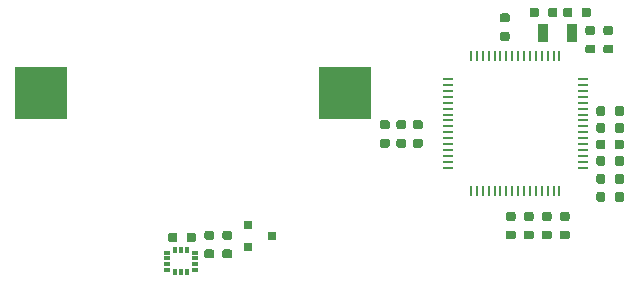
<source format=gbr>
G04 #@! TF.GenerationSoftware,KiCad,Pcbnew,5.0.2+dfsg1-1~bpo9+1*
G04 #@! TF.CreationDate,2019-04-10T20:11:49+03:00*
G04 #@! TF.ProjectId,kicad,6b696361-642e-46b6-9963-61645f706362,rev?*
G04 #@! TF.SameCoordinates,Original*
G04 #@! TF.FileFunction,Paste,Bot*
G04 #@! TF.FilePolarity,Positive*
%FSLAX46Y46*%
G04 Gerber Fmt 4.6, Leading zero omitted, Abs format (unit mm)*
G04 Created by KiCad (PCBNEW 5.0.2+dfsg1-1~bpo9+1) date Wed 10 Apr 2019 08:11:49 PM MSK*
%MOMM*%
%LPD*%
G01*
G04 APERTURE LIST*
%ADD10R,4.368800X4.368800*%
%ADD11C,0.100000*%
%ADD12C,0.752500*%
%ADD13R,0.774000X0.688000*%
%ADD14R,0.498800X0.301000*%
%ADD15R,0.301000X0.498800*%
%ADD16R,0.860000X1.548000*%
%ADD17R,0.860000X0.215000*%
%ADD18R,0.215000X0.860000*%
G04 APERTURE END LIST*
D10*
G04 #@! TO.C,BT1*
X133962000Y-93218000D03*
X159662000Y-93218000D03*
G04 #@! TD*
D11*
G04 #@! TO.C,C1_1*
G36*
X173974814Y-103256656D02*
X173993076Y-103259365D01*
X174010985Y-103263851D01*
X174028367Y-103270070D01*
X174045057Y-103277964D01*
X174060892Y-103287455D01*
X174075720Y-103298452D01*
X174089399Y-103310851D01*
X174101798Y-103324530D01*
X174112795Y-103339358D01*
X174122286Y-103355193D01*
X174130180Y-103371883D01*
X174136399Y-103389265D01*
X174140885Y-103407174D01*
X174143594Y-103425436D01*
X174144500Y-103443875D01*
X174144500Y-103820125D01*
X174143594Y-103838564D01*
X174140885Y-103856826D01*
X174136399Y-103874735D01*
X174130180Y-103892117D01*
X174122286Y-103908807D01*
X174112795Y-103924642D01*
X174101798Y-103939470D01*
X174089399Y-103953149D01*
X174075720Y-103965548D01*
X174060892Y-103976545D01*
X174045057Y-103986036D01*
X174028367Y-103993930D01*
X174010985Y-104000149D01*
X173993076Y-104004635D01*
X173974814Y-104007344D01*
X173956375Y-104008250D01*
X173515625Y-104008250D01*
X173497186Y-104007344D01*
X173478924Y-104004635D01*
X173461015Y-104000149D01*
X173443633Y-103993930D01*
X173426943Y-103986036D01*
X173411108Y-103976545D01*
X173396280Y-103965548D01*
X173382601Y-103953149D01*
X173370202Y-103939470D01*
X173359205Y-103924642D01*
X173349714Y-103908807D01*
X173341820Y-103892117D01*
X173335601Y-103874735D01*
X173331115Y-103856826D01*
X173328406Y-103838564D01*
X173327500Y-103820125D01*
X173327500Y-103443875D01*
X173328406Y-103425436D01*
X173331115Y-103407174D01*
X173335601Y-103389265D01*
X173341820Y-103371883D01*
X173349714Y-103355193D01*
X173359205Y-103339358D01*
X173370202Y-103324530D01*
X173382601Y-103310851D01*
X173396280Y-103298452D01*
X173411108Y-103287455D01*
X173426943Y-103277964D01*
X173443633Y-103270070D01*
X173461015Y-103263851D01*
X173478924Y-103259365D01*
X173497186Y-103256656D01*
X173515625Y-103255750D01*
X173956375Y-103255750D01*
X173974814Y-103256656D01*
X173974814Y-103256656D01*
G37*
D12*
X173736000Y-103632000D03*
D11*
G36*
X173974814Y-104831656D02*
X173993076Y-104834365D01*
X174010985Y-104838851D01*
X174028367Y-104845070D01*
X174045057Y-104852964D01*
X174060892Y-104862455D01*
X174075720Y-104873452D01*
X174089399Y-104885851D01*
X174101798Y-104899530D01*
X174112795Y-104914358D01*
X174122286Y-104930193D01*
X174130180Y-104946883D01*
X174136399Y-104964265D01*
X174140885Y-104982174D01*
X174143594Y-105000436D01*
X174144500Y-105018875D01*
X174144500Y-105395125D01*
X174143594Y-105413564D01*
X174140885Y-105431826D01*
X174136399Y-105449735D01*
X174130180Y-105467117D01*
X174122286Y-105483807D01*
X174112795Y-105499642D01*
X174101798Y-105514470D01*
X174089399Y-105528149D01*
X174075720Y-105540548D01*
X174060892Y-105551545D01*
X174045057Y-105561036D01*
X174028367Y-105568930D01*
X174010985Y-105575149D01*
X173993076Y-105579635D01*
X173974814Y-105582344D01*
X173956375Y-105583250D01*
X173515625Y-105583250D01*
X173497186Y-105582344D01*
X173478924Y-105579635D01*
X173461015Y-105575149D01*
X173443633Y-105568930D01*
X173426943Y-105561036D01*
X173411108Y-105551545D01*
X173396280Y-105540548D01*
X173382601Y-105528149D01*
X173370202Y-105514470D01*
X173359205Y-105499642D01*
X173349714Y-105483807D01*
X173341820Y-105467117D01*
X173335601Y-105449735D01*
X173331115Y-105431826D01*
X173328406Y-105413564D01*
X173327500Y-105395125D01*
X173327500Y-105018875D01*
X173328406Y-105000436D01*
X173331115Y-104982174D01*
X173335601Y-104964265D01*
X173341820Y-104946883D01*
X173349714Y-104930193D01*
X173359205Y-104914358D01*
X173370202Y-104899530D01*
X173382601Y-104885851D01*
X173396280Y-104873452D01*
X173411108Y-104862455D01*
X173426943Y-104852964D01*
X173443633Y-104845070D01*
X173461015Y-104838851D01*
X173478924Y-104834365D01*
X173497186Y-104831656D01*
X173515625Y-104830750D01*
X173956375Y-104830750D01*
X173974814Y-104831656D01*
X173974814Y-104831656D01*
G37*
D12*
X173736000Y-105207000D03*
G04 #@! TD*
D11*
G04 #@! TO.C,R3*
G36*
X180705814Y-89083656D02*
X180724076Y-89086365D01*
X180741985Y-89090851D01*
X180759367Y-89097070D01*
X180776057Y-89104964D01*
X180791892Y-89114455D01*
X180806720Y-89125452D01*
X180820399Y-89137851D01*
X180832798Y-89151530D01*
X180843795Y-89166358D01*
X180853286Y-89182193D01*
X180861180Y-89198883D01*
X180867399Y-89216265D01*
X180871885Y-89234174D01*
X180874594Y-89252436D01*
X180875500Y-89270875D01*
X180875500Y-89647125D01*
X180874594Y-89665564D01*
X180871885Y-89683826D01*
X180867399Y-89701735D01*
X180861180Y-89719117D01*
X180853286Y-89735807D01*
X180843795Y-89751642D01*
X180832798Y-89766470D01*
X180820399Y-89780149D01*
X180806720Y-89792548D01*
X180791892Y-89803545D01*
X180776057Y-89813036D01*
X180759367Y-89820930D01*
X180741985Y-89827149D01*
X180724076Y-89831635D01*
X180705814Y-89834344D01*
X180687375Y-89835250D01*
X180246625Y-89835250D01*
X180228186Y-89834344D01*
X180209924Y-89831635D01*
X180192015Y-89827149D01*
X180174633Y-89820930D01*
X180157943Y-89813036D01*
X180142108Y-89803545D01*
X180127280Y-89792548D01*
X180113601Y-89780149D01*
X180101202Y-89766470D01*
X180090205Y-89751642D01*
X180080714Y-89735807D01*
X180072820Y-89719117D01*
X180066601Y-89701735D01*
X180062115Y-89683826D01*
X180059406Y-89665564D01*
X180058500Y-89647125D01*
X180058500Y-89270875D01*
X180059406Y-89252436D01*
X180062115Y-89234174D01*
X180066601Y-89216265D01*
X180072820Y-89198883D01*
X180080714Y-89182193D01*
X180090205Y-89166358D01*
X180101202Y-89151530D01*
X180113601Y-89137851D01*
X180127280Y-89125452D01*
X180142108Y-89114455D01*
X180157943Y-89104964D01*
X180174633Y-89097070D01*
X180192015Y-89090851D01*
X180209924Y-89086365D01*
X180228186Y-89083656D01*
X180246625Y-89082750D01*
X180687375Y-89082750D01*
X180705814Y-89083656D01*
X180705814Y-89083656D01*
G37*
D12*
X180467000Y-89459000D03*
D11*
G36*
X180705814Y-87508656D02*
X180724076Y-87511365D01*
X180741985Y-87515851D01*
X180759367Y-87522070D01*
X180776057Y-87529964D01*
X180791892Y-87539455D01*
X180806720Y-87550452D01*
X180820399Y-87562851D01*
X180832798Y-87576530D01*
X180843795Y-87591358D01*
X180853286Y-87607193D01*
X180861180Y-87623883D01*
X180867399Y-87641265D01*
X180871885Y-87659174D01*
X180874594Y-87677436D01*
X180875500Y-87695875D01*
X180875500Y-88072125D01*
X180874594Y-88090564D01*
X180871885Y-88108826D01*
X180867399Y-88126735D01*
X180861180Y-88144117D01*
X180853286Y-88160807D01*
X180843795Y-88176642D01*
X180832798Y-88191470D01*
X180820399Y-88205149D01*
X180806720Y-88217548D01*
X180791892Y-88228545D01*
X180776057Y-88238036D01*
X180759367Y-88245930D01*
X180741985Y-88252149D01*
X180724076Y-88256635D01*
X180705814Y-88259344D01*
X180687375Y-88260250D01*
X180246625Y-88260250D01*
X180228186Y-88259344D01*
X180209924Y-88256635D01*
X180192015Y-88252149D01*
X180174633Y-88245930D01*
X180157943Y-88238036D01*
X180142108Y-88228545D01*
X180127280Y-88217548D01*
X180113601Y-88205149D01*
X180101202Y-88191470D01*
X180090205Y-88176642D01*
X180080714Y-88160807D01*
X180072820Y-88144117D01*
X180066601Y-88126735D01*
X180062115Y-88108826D01*
X180059406Y-88090564D01*
X180058500Y-88072125D01*
X180058500Y-87695875D01*
X180059406Y-87677436D01*
X180062115Y-87659174D01*
X180066601Y-87641265D01*
X180072820Y-87623883D01*
X180080714Y-87607193D01*
X180090205Y-87591358D01*
X180101202Y-87576530D01*
X180113601Y-87562851D01*
X180127280Y-87550452D01*
X180142108Y-87539455D01*
X180157943Y-87529964D01*
X180174633Y-87522070D01*
X180192015Y-87515851D01*
X180209924Y-87511365D01*
X180228186Y-87508656D01*
X180246625Y-87507750D01*
X180687375Y-87507750D01*
X180705814Y-87508656D01*
X180705814Y-87508656D01*
G37*
D12*
X180467000Y-87884000D03*
G04 #@! TD*
D11*
G04 #@! TO.C,FB1*
G36*
X181562564Y-101573406D02*
X181580826Y-101576115D01*
X181598735Y-101580601D01*
X181616117Y-101586820D01*
X181632807Y-101594714D01*
X181648642Y-101604205D01*
X181663470Y-101615202D01*
X181677149Y-101627601D01*
X181689548Y-101641280D01*
X181700545Y-101656108D01*
X181710036Y-101671943D01*
X181717930Y-101688633D01*
X181724149Y-101706015D01*
X181728635Y-101723924D01*
X181731344Y-101742186D01*
X181732250Y-101760625D01*
X181732250Y-102201375D01*
X181731344Y-102219814D01*
X181728635Y-102238076D01*
X181724149Y-102255985D01*
X181717930Y-102273367D01*
X181710036Y-102290057D01*
X181700545Y-102305892D01*
X181689548Y-102320720D01*
X181677149Y-102334399D01*
X181663470Y-102346798D01*
X181648642Y-102357795D01*
X181632807Y-102367286D01*
X181616117Y-102375180D01*
X181598735Y-102381399D01*
X181580826Y-102385885D01*
X181562564Y-102388594D01*
X181544125Y-102389500D01*
X181167875Y-102389500D01*
X181149436Y-102388594D01*
X181131174Y-102385885D01*
X181113265Y-102381399D01*
X181095883Y-102375180D01*
X181079193Y-102367286D01*
X181063358Y-102357795D01*
X181048530Y-102346798D01*
X181034851Y-102334399D01*
X181022452Y-102320720D01*
X181011455Y-102305892D01*
X181001964Y-102290057D01*
X180994070Y-102273367D01*
X180987851Y-102255985D01*
X180983365Y-102238076D01*
X180980656Y-102219814D01*
X180979750Y-102201375D01*
X180979750Y-101760625D01*
X180980656Y-101742186D01*
X180983365Y-101723924D01*
X180987851Y-101706015D01*
X180994070Y-101688633D01*
X181001964Y-101671943D01*
X181011455Y-101656108D01*
X181022452Y-101641280D01*
X181034851Y-101627601D01*
X181048530Y-101615202D01*
X181063358Y-101604205D01*
X181079193Y-101594714D01*
X181095883Y-101586820D01*
X181113265Y-101580601D01*
X181131174Y-101576115D01*
X181149436Y-101573406D01*
X181167875Y-101572500D01*
X181544125Y-101572500D01*
X181562564Y-101573406D01*
X181562564Y-101573406D01*
G37*
D12*
X181356000Y-101981000D03*
D11*
G36*
X183137564Y-101573406D02*
X183155826Y-101576115D01*
X183173735Y-101580601D01*
X183191117Y-101586820D01*
X183207807Y-101594714D01*
X183223642Y-101604205D01*
X183238470Y-101615202D01*
X183252149Y-101627601D01*
X183264548Y-101641280D01*
X183275545Y-101656108D01*
X183285036Y-101671943D01*
X183292930Y-101688633D01*
X183299149Y-101706015D01*
X183303635Y-101723924D01*
X183306344Y-101742186D01*
X183307250Y-101760625D01*
X183307250Y-102201375D01*
X183306344Y-102219814D01*
X183303635Y-102238076D01*
X183299149Y-102255985D01*
X183292930Y-102273367D01*
X183285036Y-102290057D01*
X183275545Y-102305892D01*
X183264548Y-102320720D01*
X183252149Y-102334399D01*
X183238470Y-102346798D01*
X183223642Y-102357795D01*
X183207807Y-102367286D01*
X183191117Y-102375180D01*
X183173735Y-102381399D01*
X183155826Y-102385885D01*
X183137564Y-102388594D01*
X183119125Y-102389500D01*
X182742875Y-102389500D01*
X182724436Y-102388594D01*
X182706174Y-102385885D01*
X182688265Y-102381399D01*
X182670883Y-102375180D01*
X182654193Y-102367286D01*
X182638358Y-102357795D01*
X182623530Y-102346798D01*
X182609851Y-102334399D01*
X182597452Y-102320720D01*
X182586455Y-102305892D01*
X182576964Y-102290057D01*
X182569070Y-102273367D01*
X182562851Y-102255985D01*
X182558365Y-102238076D01*
X182555656Y-102219814D01*
X182554750Y-102201375D01*
X182554750Y-101760625D01*
X182555656Y-101742186D01*
X182558365Y-101723924D01*
X182562851Y-101706015D01*
X182569070Y-101688633D01*
X182576964Y-101671943D01*
X182586455Y-101656108D01*
X182597452Y-101641280D01*
X182609851Y-101627601D01*
X182623530Y-101615202D01*
X182638358Y-101604205D01*
X182654193Y-101594714D01*
X182670883Y-101586820D01*
X182688265Y-101580601D01*
X182706174Y-101576115D01*
X182724436Y-101573406D01*
X182742875Y-101572500D01*
X183119125Y-101572500D01*
X183137564Y-101573406D01*
X183137564Y-101573406D01*
G37*
D12*
X182931000Y-101981000D03*
G04 #@! TD*
D13*
G04 #@! TO.C,Q1*
X151527000Y-106233000D03*
X151527000Y-104333000D03*
X153527000Y-105283000D03*
G04 #@! TD*
D11*
G04 #@! TO.C,C16*
G36*
X178768564Y-85952406D02*
X178786826Y-85955115D01*
X178804735Y-85959601D01*
X178822117Y-85965820D01*
X178838807Y-85973714D01*
X178854642Y-85983205D01*
X178869470Y-85994202D01*
X178883149Y-86006601D01*
X178895548Y-86020280D01*
X178906545Y-86035108D01*
X178916036Y-86050943D01*
X178923930Y-86067633D01*
X178930149Y-86085015D01*
X178934635Y-86102924D01*
X178937344Y-86121186D01*
X178938250Y-86139625D01*
X178938250Y-86580375D01*
X178937344Y-86598814D01*
X178934635Y-86617076D01*
X178930149Y-86634985D01*
X178923930Y-86652367D01*
X178916036Y-86669057D01*
X178906545Y-86684892D01*
X178895548Y-86699720D01*
X178883149Y-86713399D01*
X178869470Y-86725798D01*
X178854642Y-86736795D01*
X178838807Y-86746286D01*
X178822117Y-86754180D01*
X178804735Y-86760399D01*
X178786826Y-86764885D01*
X178768564Y-86767594D01*
X178750125Y-86768500D01*
X178373875Y-86768500D01*
X178355436Y-86767594D01*
X178337174Y-86764885D01*
X178319265Y-86760399D01*
X178301883Y-86754180D01*
X178285193Y-86746286D01*
X178269358Y-86736795D01*
X178254530Y-86725798D01*
X178240851Y-86713399D01*
X178228452Y-86699720D01*
X178217455Y-86684892D01*
X178207964Y-86669057D01*
X178200070Y-86652367D01*
X178193851Y-86634985D01*
X178189365Y-86617076D01*
X178186656Y-86598814D01*
X178185750Y-86580375D01*
X178185750Y-86139625D01*
X178186656Y-86121186D01*
X178189365Y-86102924D01*
X178193851Y-86085015D01*
X178200070Y-86067633D01*
X178207964Y-86050943D01*
X178217455Y-86035108D01*
X178228452Y-86020280D01*
X178240851Y-86006601D01*
X178254530Y-85994202D01*
X178269358Y-85983205D01*
X178285193Y-85973714D01*
X178301883Y-85965820D01*
X178319265Y-85959601D01*
X178337174Y-85955115D01*
X178355436Y-85952406D01*
X178373875Y-85951500D01*
X178750125Y-85951500D01*
X178768564Y-85952406D01*
X178768564Y-85952406D01*
G37*
D12*
X178562000Y-86360000D03*
D11*
G36*
X180343564Y-85952406D02*
X180361826Y-85955115D01*
X180379735Y-85959601D01*
X180397117Y-85965820D01*
X180413807Y-85973714D01*
X180429642Y-85983205D01*
X180444470Y-85994202D01*
X180458149Y-86006601D01*
X180470548Y-86020280D01*
X180481545Y-86035108D01*
X180491036Y-86050943D01*
X180498930Y-86067633D01*
X180505149Y-86085015D01*
X180509635Y-86102924D01*
X180512344Y-86121186D01*
X180513250Y-86139625D01*
X180513250Y-86580375D01*
X180512344Y-86598814D01*
X180509635Y-86617076D01*
X180505149Y-86634985D01*
X180498930Y-86652367D01*
X180491036Y-86669057D01*
X180481545Y-86684892D01*
X180470548Y-86699720D01*
X180458149Y-86713399D01*
X180444470Y-86725798D01*
X180429642Y-86736795D01*
X180413807Y-86746286D01*
X180397117Y-86754180D01*
X180379735Y-86760399D01*
X180361826Y-86764885D01*
X180343564Y-86767594D01*
X180325125Y-86768500D01*
X179948875Y-86768500D01*
X179930436Y-86767594D01*
X179912174Y-86764885D01*
X179894265Y-86760399D01*
X179876883Y-86754180D01*
X179860193Y-86746286D01*
X179844358Y-86736795D01*
X179829530Y-86725798D01*
X179815851Y-86713399D01*
X179803452Y-86699720D01*
X179792455Y-86684892D01*
X179782964Y-86669057D01*
X179775070Y-86652367D01*
X179768851Y-86634985D01*
X179764365Y-86617076D01*
X179761656Y-86598814D01*
X179760750Y-86580375D01*
X179760750Y-86139625D01*
X179761656Y-86121186D01*
X179764365Y-86102924D01*
X179768851Y-86085015D01*
X179775070Y-86067633D01*
X179782964Y-86050943D01*
X179792455Y-86035108D01*
X179803452Y-86020280D01*
X179815851Y-86006601D01*
X179829530Y-85994202D01*
X179844358Y-85983205D01*
X179860193Y-85973714D01*
X179876883Y-85965820D01*
X179894265Y-85959601D01*
X179912174Y-85955115D01*
X179930436Y-85952406D01*
X179948875Y-85951500D01*
X180325125Y-85951500D01*
X180343564Y-85952406D01*
X180343564Y-85952406D01*
G37*
D12*
X180137000Y-86360000D03*
G04 #@! TD*
D11*
G04 #@! TO.C,C15*
G36*
X177498564Y-85952406D02*
X177516826Y-85955115D01*
X177534735Y-85959601D01*
X177552117Y-85965820D01*
X177568807Y-85973714D01*
X177584642Y-85983205D01*
X177599470Y-85994202D01*
X177613149Y-86006601D01*
X177625548Y-86020280D01*
X177636545Y-86035108D01*
X177646036Y-86050943D01*
X177653930Y-86067633D01*
X177660149Y-86085015D01*
X177664635Y-86102924D01*
X177667344Y-86121186D01*
X177668250Y-86139625D01*
X177668250Y-86580375D01*
X177667344Y-86598814D01*
X177664635Y-86617076D01*
X177660149Y-86634985D01*
X177653930Y-86652367D01*
X177646036Y-86669057D01*
X177636545Y-86684892D01*
X177625548Y-86699720D01*
X177613149Y-86713399D01*
X177599470Y-86725798D01*
X177584642Y-86736795D01*
X177568807Y-86746286D01*
X177552117Y-86754180D01*
X177534735Y-86760399D01*
X177516826Y-86764885D01*
X177498564Y-86767594D01*
X177480125Y-86768500D01*
X177103875Y-86768500D01*
X177085436Y-86767594D01*
X177067174Y-86764885D01*
X177049265Y-86760399D01*
X177031883Y-86754180D01*
X177015193Y-86746286D01*
X176999358Y-86736795D01*
X176984530Y-86725798D01*
X176970851Y-86713399D01*
X176958452Y-86699720D01*
X176947455Y-86684892D01*
X176937964Y-86669057D01*
X176930070Y-86652367D01*
X176923851Y-86634985D01*
X176919365Y-86617076D01*
X176916656Y-86598814D01*
X176915750Y-86580375D01*
X176915750Y-86139625D01*
X176916656Y-86121186D01*
X176919365Y-86102924D01*
X176923851Y-86085015D01*
X176930070Y-86067633D01*
X176937964Y-86050943D01*
X176947455Y-86035108D01*
X176958452Y-86020280D01*
X176970851Y-86006601D01*
X176984530Y-85994202D01*
X176999358Y-85983205D01*
X177015193Y-85973714D01*
X177031883Y-85965820D01*
X177049265Y-85959601D01*
X177067174Y-85955115D01*
X177085436Y-85952406D01*
X177103875Y-85951500D01*
X177480125Y-85951500D01*
X177498564Y-85952406D01*
X177498564Y-85952406D01*
G37*
D12*
X177292000Y-86360000D03*
D11*
G36*
X175923564Y-85952406D02*
X175941826Y-85955115D01*
X175959735Y-85959601D01*
X175977117Y-85965820D01*
X175993807Y-85973714D01*
X176009642Y-85983205D01*
X176024470Y-85994202D01*
X176038149Y-86006601D01*
X176050548Y-86020280D01*
X176061545Y-86035108D01*
X176071036Y-86050943D01*
X176078930Y-86067633D01*
X176085149Y-86085015D01*
X176089635Y-86102924D01*
X176092344Y-86121186D01*
X176093250Y-86139625D01*
X176093250Y-86580375D01*
X176092344Y-86598814D01*
X176089635Y-86617076D01*
X176085149Y-86634985D01*
X176078930Y-86652367D01*
X176071036Y-86669057D01*
X176061545Y-86684892D01*
X176050548Y-86699720D01*
X176038149Y-86713399D01*
X176024470Y-86725798D01*
X176009642Y-86736795D01*
X175993807Y-86746286D01*
X175977117Y-86754180D01*
X175959735Y-86760399D01*
X175941826Y-86764885D01*
X175923564Y-86767594D01*
X175905125Y-86768500D01*
X175528875Y-86768500D01*
X175510436Y-86767594D01*
X175492174Y-86764885D01*
X175474265Y-86760399D01*
X175456883Y-86754180D01*
X175440193Y-86746286D01*
X175424358Y-86736795D01*
X175409530Y-86725798D01*
X175395851Y-86713399D01*
X175383452Y-86699720D01*
X175372455Y-86684892D01*
X175362964Y-86669057D01*
X175355070Y-86652367D01*
X175348851Y-86634985D01*
X175344365Y-86617076D01*
X175341656Y-86598814D01*
X175340750Y-86580375D01*
X175340750Y-86139625D01*
X175341656Y-86121186D01*
X175344365Y-86102924D01*
X175348851Y-86085015D01*
X175355070Y-86067633D01*
X175362964Y-86050943D01*
X175372455Y-86035108D01*
X175383452Y-86020280D01*
X175395851Y-86006601D01*
X175409530Y-85994202D01*
X175424358Y-85983205D01*
X175440193Y-85973714D01*
X175456883Y-85965820D01*
X175474265Y-85959601D01*
X175492174Y-85955115D01*
X175510436Y-85952406D01*
X175528875Y-85951500D01*
X175905125Y-85951500D01*
X175923564Y-85952406D01*
X175923564Y-85952406D01*
G37*
D12*
X175717000Y-86360000D03*
G04 #@! TD*
D11*
G04 #@! TO.C,C14*
G36*
X149971814Y-106431656D02*
X149990076Y-106434365D01*
X150007985Y-106438851D01*
X150025367Y-106445070D01*
X150042057Y-106452964D01*
X150057892Y-106462455D01*
X150072720Y-106473452D01*
X150086399Y-106485851D01*
X150098798Y-106499530D01*
X150109795Y-106514358D01*
X150119286Y-106530193D01*
X150127180Y-106546883D01*
X150133399Y-106564265D01*
X150137885Y-106582174D01*
X150140594Y-106600436D01*
X150141500Y-106618875D01*
X150141500Y-106995125D01*
X150140594Y-107013564D01*
X150137885Y-107031826D01*
X150133399Y-107049735D01*
X150127180Y-107067117D01*
X150119286Y-107083807D01*
X150109795Y-107099642D01*
X150098798Y-107114470D01*
X150086399Y-107128149D01*
X150072720Y-107140548D01*
X150057892Y-107151545D01*
X150042057Y-107161036D01*
X150025367Y-107168930D01*
X150007985Y-107175149D01*
X149990076Y-107179635D01*
X149971814Y-107182344D01*
X149953375Y-107183250D01*
X149512625Y-107183250D01*
X149494186Y-107182344D01*
X149475924Y-107179635D01*
X149458015Y-107175149D01*
X149440633Y-107168930D01*
X149423943Y-107161036D01*
X149408108Y-107151545D01*
X149393280Y-107140548D01*
X149379601Y-107128149D01*
X149367202Y-107114470D01*
X149356205Y-107099642D01*
X149346714Y-107083807D01*
X149338820Y-107067117D01*
X149332601Y-107049735D01*
X149328115Y-107031826D01*
X149325406Y-107013564D01*
X149324500Y-106995125D01*
X149324500Y-106618875D01*
X149325406Y-106600436D01*
X149328115Y-106582174D01*
X149332601Y-106564265D01*
X149338820Y-106546883D01*
X149346714Y-106530193D01*
X149356205Y-106514358D01*
X149367202Y-106499530D01*
X149379601Y-106485851D01*
X149393280Y-106473452D01*
X149408108Y-106462455D01*
X149423943Y-106452964D01*
X149440633Y-106445070D01*
X149458015Y-106438851D01*
X149475924Y-106434365D01*
X149494186Y-106431656D01*
X149512625Y-106430750D01*
X149953375Y-106430750D01*
X149971814Y-106431656D01*
X149971814Y-106431656D01*
G37*
D12*
X149733000Y-106807000D03*
D11*
G36*
X149971814Y-104856656D02*
X149990076Y-104859365D01*
X150007985Y-104863851D01*
X150025367Y-104870070D01*
X150042057Y-104877964D01*
X150057892Y-104887455D01*
X150072720Y-104898452D01*
X150086399Y-104910851D01*
X150098798Y-104924530D01*
X150109795Y-104939358D01*
X150119286Y-104955193D01*
X150127180Y-104971883D01*
X150133399Y-104989265D01*
X150137885Y-105007174D01*
X150140594Y-105025436D01*
X150141500Y-105043875D01*
X150141500Y-105420125D01*
X150140594Y-105438564D01*
X150137885Y-105456826D01*
X150133399Y-105474735D01*
X150127180Y-105492117D01*
X150119286Y-105508807D01*
X150109795Y-105524642D01*
X150098798Y-105539470D01*
X150086399Y-105553149D01*
X150072720Y-105565548D01*
X150057892Y-105576545D01*
X150042057Y-105586036D01*
X150025367Y-105593930D01*
X150007985Y-105600149D01*
X149990076Y-105604635D01*
X149971814Y-105607344D01*
X149953375Y-105608250D01*
X149512625Y-105608250D01*
X149494186Y-105607344D01*
X149475924Y-105604635D01*
X149458015Y-105600149D01*
X149440633Y-105593930D01*
X149423943Y-105586036D01*
X149408108Y-105576545D01*
X149393280Y-105565548D01*
X149379601Y-105553149D01*
X149367202Y-105539470D01*
X149356205Y-105524642D01*
X149346714Y-105508807D01*
X149338820Y-105492117D01*
X149332601Y-105474735D01*
X149328115Y-105456826D01*
X149325406Y-105438564D01*
X149324500Y-105420125D01*
X149324500Y-105043875D01*
X149325406Y-105025436D01*
X149328115Y-105007174D01*
X149332601Y-104989265D01*
X149338820Y-104971883D01*
X149346714Y-104955193D01*
X149356205Y-104939358D01*
X149367202Y-104924530D01*
X149379601Y-104910851D01*
X149393280Y-104898452D01*
X149408108Y-104887455D01*
X149423943Y-104877964D01*
X149440633Y-104870070D01*
X149458015Y-104863851D01*
X149475924Y-104859365D01*
X149494186Y-104856656D01*
X149512625Y-104855750D01*
X149953375Y-104855750D01*
X149971814Y-104856656D01*
X149971814Y-104856656D01*
G37*
D12*
X149733000Y-105232000D03*
G04 #@! TD*
D11*
G04 #@! TO.C,C2*
G36*
X173466814Y-86441656D02*
X173485076Y-86444365D01*
X173502985Y-86448851D01*
X173520367Y-86455070D01*
X173537057Y-86462964D01*
X173552892Y-86472455D01*
X173567720Y-86483452D01*
X173581399Y-86495851D01*
X173593798Y-86509530D01*
X173604795Y-86524358D01*
X173614286Y-86540193D01*
X173622180Y-86556883D01*
X173628399Y-86574265D01*
X173632885Y-86592174D01*
X173635594Y-86610436D01*
X173636500Y-86628875D01*
X173636500Y-87005125D01*
X173635594Y-87023564D01*
X173632885Y-87041826D01*
X173628399Y-87059735D01*
X173622180Y-87077117D01*
X173614286Y-87093807D01*
X173604795Y-87109642D01*
X173593798Y-87124470D01*
X173581399Y-87138149D01*
X173567720Y-87150548D01*
X173552892Y-87161545D01*
X173537057Y-87171036D01*
X173520367Y-87178930D01*
X173502985Y-87185149D01*
X173485076Y-87189635D01*
X173466814Y-87192344D01*
X173448375Y-87193250D01*
X173007625Y-87193250D01*
X172989186Y-87192344D01*
X172970924Y-87189635D01*
X172953015Y-87185149D01*
X172935633Y-87178930D01*
X172918943Y-87171036D01*
X172903108Y-87161545D01*
X172888280Y-87150548D01*
X172874601Y-87138149D01*
X172862202Y-87124470D01*
X172851205Y-87109642D01*
X172841714Y-87093807D01*
X172833820Y-87077117D01*
X172827601Y-87059735D01*
X172823115Y-87041826D01*
X172820406Y-87023564D01*
X172819500Y-87005125D01*
X172819500Y-86628875D01*
X172820406Y-86610436D01*
X172823115Y-86592174D01*
X172827601Y-86574265D01*
X172833820Y-86556883D01*
X172841714Y-86540193D01*
X172851205Y-86524358D01*
X172862202Y-86509530D01*
X172874601Y-86495851D01*
X172888280Y-86483452D01*
X172903108Y-86472455D01*
X172918943Y-86462964D01*
X172935633Y-86455070D01*
X172953015Y-86448851D01*
X172970924Y-86444365D01*
X172989186Y-86441656D01*
X173007625Y-86440750D01*
X173448375Y-86440750D01*
X173466814Y-86441656D01*
X173466814Y-86441656D01*
G37*
D12*
X173228000Y-86817000D03*
D11*
G36*
X173466814Y-88016656D02*
X173485076Y-88019365D01*
X173502985Y-88023851D01*
X173520367Y-88030070D01*
X173537057Y-88037964D01*
X173552892Y-88047455D01*
X173567720Y-88058452D01*
X173581399Y-88070851D01*
X173593798Y-88084530D01*
X173604795Y-88099358D01*
X173614286Y-88115193D01*
X173622180Y-88131883D01*
X173628399Y-88149265D01*
X173632885Y-88167174D01*
X173635594Y-88185436D01*
X173636500Y-88203875D01*
X173636500Y-88580125D01*
X173635594Y-88598564D01*
X173632885Y-88616826D01*
X173628399Y-88634735D01*
X173622180Y-88652117D01*
X173614286Y-88668807D01*
X173604795Y-88684642D01*
X173593798Y-88699470D01*
X173581399Y-88713149D01*
X173567720Y-88725548D01*
X173552892Y-88736545D01*
X173537057Y-88746036D01*
X173520367Y-88753930D01*
X173502985Y-88760149D01*
X173485076Y-88764635D01*
X173466814Y-88767344D01*
X173448375Y-88768250D01*
X173007625Y-88768250D01*
X172989186Y-88767344D01*
X172970924Y-88764635D01*
X172953015Y-88760149D01*
X172935633Y-88753930D01*
X172918943Y-88746036D01*
X172903108Y-88736545D01*
X172888280Y-88725548D01*
X172874601Y-88713149D01*
X172862202Y-88699470D01*
X172851205Y-88684642D01*
X172841714Y-88668807D01*
X172833820Y-88652117D01*
X172827601Y-88634735D01*
X172823115Y-88616826D01*
X172820406Y-88598564D01*
X172819500Y-88580125D01*
X172819500Y-88203875D01*
X172820406Y-88185436D01*
X172823115Y-88167174D01*
X172827601Y-88149265D01*
X172833820Y-88131883D01*
X172841714Y-88115193D01*
X172851205Y-88099358D01*
X172862202Y-88084530D01*
X172874601Y-88070851D01*
X172888280Y-88058452D01*
X172903108Y-88047455D01*
X172918943Y-88037964D01*
X172935633Y-88030070D01*
X172953015Y-88023851D01*
X172970924Y-88019365D01*
X172989186Y-88016656D01*
X173007625Y-88015750D01*
X173448375Y-88015750D01*
X173466814Y-88016656D01*
X173466814Y-88016656D01*
G37*
D12*
X173228000Y-88392000D03*
G04 #@! TD*
D14*
G04 #@! TO.C,U2*
X144609400Y-106691600D03*
X144609400Y-107191600D03*
X144609400Y-107691600D03*
X144609400Y-108191600D03*
D15*
X146284400Y-106516600D03*
X145784400Y-106516600D03*
X145284400Y-106516600D03*
D14*
X146959400Y-106691600D03*
X146959400Y-107191600D03*
X146959400Y-107691600D03*
X146959400Y-108191600D03*
D15*
X146284400Y-108366600D03*
X145784400Y-108366600D03*
X145284400Y-108366600D03*
G04 #@! TD*
D11*
G04 #@! TO.C,R2*
G36*
X182229814Y-87508656D02*
X182248076Y-87511365D01*
X182265985Y-87515851D01*
X182283367Y-87522070D01*
X182300057Y-87529964D01*
X182315892Y-87539455D01*
X182330720Y-87550452D01*
X182344399Y-87562851D01*
X182356798Y-87576530D01*
X182367795Y-87591358D01*
X182377286Y-87607193D01*
X182385180Y-87623883D01*
X182391399Y-87641265D01*
X182395885Y-87659174D01*
X182398594Y-87677436D01*
X182399500Y-87695875D01*
X182399500Y-88072125D01*
X182398594Y-88090564D01*
X182395885Y-88108826D01*
X182391399Y-88126735D01*
X182385180Y-88144117D01*
X182377286Y-88160807D01*
X182367795Y-88176642D01*
X182356798Y-88191470D01*
X182344399Y-88205149D01*
X182330720Y-88217548D01*
X182315892Y-88228545D01*
X182300057Y-88238036D01*
X182283367Y-88245930D01*
X182265985Y-88252149D01*
X182248076Y-88256635D01*
X182229814Y-88259344D01*
X182211375Y-88260250D01*
X181770625Y-88260250D01*
X181752186Y-88259344D01*
X181733924Y-88256635D01*
X181716015Y-88252149D01*
X181698633Y-88245930D01*
X181681943Y-88238036D01*
X181666108Y-88228545D01*
X181651280Y-88217548D01*
X181637601Y-88205149D01*
X181625202Y-88191470D01*
X181614205Y-88176642D01*
X181604714Y-88160807D01*
X181596820Y-88144117D01*
X181590601Y-88126735D01*
X181586115Y-88108826D01*
X181583406Y-88090564D01*
X181582500Y-88072125D01*
X181582500Y-87695875D01*
X181583406Y-87677436D01*
X181586115Y-87659174D01*
X181590601Y-87641265D01*
X181596820Y-87623883D01*
X181604714Y-87607193D01*
X181614205Y-87591358D01*
X181625202Y-87576530D01*
X181637601Y-87562851D01*
X181651280Y-87550452D01*
X181666108Y-87539455D01*
X181681943Y-87529964D01*
X181698633Y-87522070D01*
X181716015Y-87515851D01*
X181733924Y-87511365D01*
X181752186Y-87508656D01*
X181770625Y-87507750D01*
X182211375Y-87507750D01*
X182229814Y-87508656D01*
X182229814Y-87508656D01*
G37*
D12*
X181991000Y-87884000D03*
D11*
G36*
X182229814Y-89083656D02*
X182248076Y-89086365D01*
X182265985Y-89090851D01*
X182283367Y-89097070D01*
X182300057Y-89104964D01*
X182315892Y-89114455D01*
X182330720Y-89125452D01*
X182344399Y-89137851D01*
X182356798Y-89151530D01*
X182367795Y-89166358D01*
X182377286Y-89182193D01*
X182385180Y-89198883D01*
X182391399Y-89216265D01*
X182395885Y-89234174D01*
X182398594Y-89252436D01*
X182399500Y-89270875D01*
X182399500Y-89647125D01*
X182398594Y-89665564D01*
X182395885Y-89683826D01*
X182391399Y-89701735D01*
X182385180Y-89719117D01*
X182377286Y-89735807D01*
X182367795Y-89751642D01*
X182356798Y-89766470D01*
X182344399Y-89780149D01*
X182330720Y-89792548D01*
X182315892Y-89803545D01*
X182300057Y-89813036D01*
X182283367Y-89820930D01*
X182265985Y-89827149D01*
X182248076Y-89831635D01*
X182229814Y-89834344D01*
X182211375Y-89835250D01*
X181770625Y-89835250D01*
X181752186Y-89834344D01*
X181733924Y-89831635D01*
X181716015Y-89827149D01*
X181698633Y-89820930D01*
X181681943Y-89813036D01*
X181666108Y-89803545D01*
X181651280Y-89792548D01*
X181637601Y-89780149D01*
X181625202Y-89766470D01*
X181614205Y-89751642D01*
X181604714Y-89735807D01*
X181596820Y-89719117D01*
X181590601Y-89701735D01*
X181586115Y-89683826D01*
X181583406Y-89665564D01*
X181582500Y-89647125D01*
X181582500Y-89270875D01*
X181583406Y-89252436D01*
X181586115Y-89234174D01*
X181590601Y-89216265D01*
X181596820Y-89198883D01*
X181604714Y-89182193D01*
X181614205Y-89166358D01*
X181625202Y-89151530D01*
X181637601Y-89137851D01*
X181651280Y-89125452D01*
X181666108Y-89114455D01*
X181681943Y-89104964D01*
X181698633Y-89097070D01*
X181716015Y-89090851D01*
X181733924Y-89086365D01*
X181752186Y-89083656D01*
X181770625Y-89082750D01*
X182211375Y-89082750D01*
X182229814Y-89083656D01*
X182229814Y-89083656D01*
G37*
D12*
X181991000Y-89459000D03*
G04 #@! TD*
D11*
G04 #@! TO.C,C13*
G36*
X148447814Y-104856656D02*
X148466076Y-104859365D01*
X148483985Y-104863851D01*
X148501367Y-104870070D01*
X148518057Y-104877964D01*
X148533892Y-104887455D01*
X148548720Y-104898452D01*
X148562399Y-104910851D01*
X148574798Y-104924530D01*
X148585795Y-104939358D01*
X148595286Y-104955193D01*
X148603180Y-104971883D01*
X148609399Y-104989265D01*
X148613885Y-105007174D01*
X148616594Y-105025436D01*
X148617500Y-105043875D01*
X148617500Y-105420125D01*
X148616594Y-105438564D01*
X148613885Y-105456826D01*
X148609399Y-105474735D01*
X148603180Y-105492117D01*
X148595286Y-105508807D01*
X148585795Y-105524642D01*
X148574798Y-105539470D01*
X148562399Y-105553149D01*
X148548720Y-105565548D01*
X148533892Y-105576545D01*
X148518057Y-105586036D01*
X148501367Y-105593930D01*
X148483985Y-105600149D01*
X148466076Y-105604635D01*
X148447814Y-105607344D01*
X148429375Y-105608250D01*
X147988625Y-105608250D01*
X147970186Y-105607344D01*
X147951924Y-105604635D01*
X147934015Y-105600149D01*
X147916633Y-105593930D01*
X147899943Y-105586036D01*
X147884108Y-105576545D01*
X147869280Y-105565548D01*
X147855601Y-105553149D01*
X147843202Y-105539470D01*
X147832205Y-105524642D01*
X147822714Y-105508807D01*
X147814820Y-105492117D01*
X147808601Y-105474735D01*
X147804115Y-105456826D01*
X147801406Y-105438564D01*
X147800500Y-105420125D01*
X147800500Y-105043875D01*
X147801406Y-105025436D01*
X147804115Y-105007174D01*
X147808601Y-104989265D01*
X147814820Y-104971883D01*
X147822714Y-104955193D01*
X147832205Y-104939358D01*
X147843202Y-104924530D01*
X147855601Y-104910851D01*
X147869280Y-104898452D01*
X147884108Y-104887455D01*
X147899943Y-104877964D01*
X147916633Y-104870070D01*
X147934015Y-104863851D01*
X147951924Y-104859365D01*
X147970186Y-104856656D01*
X147988625Y-104855750D01*
X148429375Y-104855750D01*
X148447814Y-104856656D01*
X148447814Y-104856656D01*
G37*
D12*
X148209000Y-105232000D03*
D11*
G36*
X148447814Y-106431656D02*
X148466076Y-106434365D01*
X148483985Y-106438851D01*
X148501367Y-106445070D01*
X148518057Y-106452964D01*
X148533892Y-106462455D01*
X148548720Y-106473452D01*
X148562399Y-106485851D01*
X148574798Y-106499530D01*
X148585795Y-106514358D01*
X148595286Y-106530193D01*
X148603180Y-106546883D01*
X148609399Y-106564265D01*
X148613885Y-106582174D01*
X148616594Y-106600436D01*
X148617500Y-106618875D01*
X148617500Y-106995125D01*
X148616594Y-107013564D01*
X148613885Y-107031826D01*
X148609399Y-107049735D01*
X148603180Y-107067117D01*
X148595286Y-107083807D01*
X148585795Y-107099642D01*
X148574798Y-107114470D01*
X148562399Y-107128149D01*
X148548720Y-107140548D01*
X148533892Y-107151545D01*
X148518057Y-107161036D01*
X148501367Y-107168930D01*
X148483985Y-107175149D01*
X148466076Y-107179635D01*
X148447814Y-107182344D01*
X148429375Y-107183250D01*
X147988625Y-107183250D01*
X147970186Y-107182344D01*
X147951924Y-107179635D01*
X147934015Y-107175149D01*
X147916633Y-107168930D01*
X147899943Y-107161036D01*
X147884108Y-107151545D01*
X147869280Y-107140548D01*
X147855601Y-107128149D01*
X147843202Y-107114470D01*
X147832205Y-107099642D01*
X147822714Y-107083807D01*
X147814820Y-107067117D01*
X147808601Y-107049735D01*
X147804115Y-107031826D01*
X147801406Y-107013564D01*
X147800500Y-106995125D01*
X147800500Y-106618875D01*
X147801406Y-106600436D01*
X147804115Y-106582174D01*
X147808601Y-106564265D01*
X147814820Y-106546883D01*
X147822714Y-106530193D01*
X147832205Y-106514358D01*
X147843202Y-106499530D01*
X147855601Y-106485851D01*
X147869280Y-106473452D01*
X147884108Y-106462455D01*
X147899943Y-106452964D01*
X147916633Y-106445070D01*
X147934015Y-106438851D01*
X147951924Y-106434365D01*
X147970186Y-106431656D01*
X147988625Y-106430750D01*
X148429375Y-106430750D01*
X148447814Y-106431656D01*
X148447814Y-106431656D01*
G37*
D12*
X148209000Y-106807000D03*
G04 #@! TD*
D11*
G04 #@! TO.C,C12*
G36*
X146891564Y-105002406D02*
X146909826Y-105005115D01*
X146927735Y-105009601D01*
X146945117Y-105015820D01*
X146961807Y-105023714D01*
X146977642Y-105033205D01*
X146992470Y-105044202D01*
X147006149Y-105056601D01*
X147018548Y-105070280D01*
X147029545Y-105085108D01*
X147039036Y-105100943D01*
X147046930Y-105117633D01*
X147053149Y-105135015D01*
X147057635Y-105152924D01*
X147060344Y-105171186D01*
X147061250Y-105189625D01*
X147061250Y-105630375D01*
X147060344Y-105648814D01*
X147057635Y-105667076D01*
X147053149Y-105684985D01*
X147046930Y-105702367D01*
X147039036Y-105719057D01*
X147029545Y-105734892D01*
X147018548Y-105749720D01*
X147006149Y-105763399D01*
X146992470Y-105775798D01*
X146977642Y-105786795D01*
X146961807Y-105796286D01*
X146945117Y-105804180D01*
X146927735Y-105810399D01*
X146909826Y-105814885D01*
X146891564Y-105817594D01*
X146873125Y-105818500D01*
X146496875Y-105818500D01*
X146478436Y-105817594D01*
X146460174Y-105814885D01*
X146442265Y-105810399D01*
X146424883Y-105804180D01*
X146408193Y-105796286D01*
X146392358Y-105786795D01*
X146377530Y-105775798D01*
X146363851Y-105763399D01*
X146351452Y-105749720D01*
X146340455Y-105734892D01*
X146330964Y-105719057D01*
X146323070Y-105702367D01*
X146316851Y-105684985D01*
X146312365Y-105667076D01*
X146309656Y-105648814D01*
X146308750Y-105630375D01*
X146308750Y-105189625D01*
X146309656Y-105171186D01*
X146312365Y-105152924D01*
X146316851Y-105135015D01*
X146323070Y-105117633D01*
X146330964Y-105100943D01*
X146340455Y-105085108D01*
X146351452Y-105070280D01*
X146363851Y-105056601D01*
X146377530Y-105044202D01*
X146392358Y-105033205D01*
X146408193Y-105023714D01*
X146424883Y-105015820D01*
X146442265Y-105009601D01*
X146460174Y-105005115D01*
X146478436Y-105002406D01*
X146496875Y-105001500D01*
X146873125Y-105001500D01*
X146891564Y-105002406D01*
X146891564Y-105002406D01*
G37*
D12*
X146685000Y-105410000D03*
D11*
G36*
X145316564Y-105002406D02*
X145334826Y-105005115D01*
X145352735Y-105009601D01*
X145370117Y-105015820D01*
X145386807Y-105023714D01*
X145402642Y-105033205D01*
X145417470Y-105044202D01*
X145431149Y-105056601D01*
X145443548Y-105070280D01*
X145454545Y-105085108D01*
X145464036Y-105100943D01*
X145471930Y-105117633D01*
X145478149Y-105135015D01*
X145482635Y-105152924D01*
X145485344Y-105171186D01*
X145486250Y-105189625D01*
X145486250Y-105630375D01*
X145485344Y-105648814D01*
X145482635Y-105667076D01*
X145478149Y-105684985D01*
X145471930Y-105702367D01*
X145464036Y-105719057D01*
X145454545Y-105734892D01*
X145443548Y-105749720D01*
X145431149Y-105763399D01*
X145417470Y-105775798D01*
X145402642Y-105786795D01*
X145386807Y-105796286D01*
X145370117Y-105804180D01*
X145352735Y-105810399D01*
X145334826Y-105814885D01*
X145316564Y-105817594D01*
X145298125Y-105818500D01*
X144921875Y-105818500D01*
X144903436Y-105817594D01*
X144885174Y-105814885D01*
X144867265Y-105810399D01*
X144849883Y-105804180D01*
X144833193Y-105796286D01*
X144817358Y-105786795D01*
X144802530Y-105775798D01*
X144788851Y-105763399D01*
X144776452Y-105749720D01*
X144765455Y-105734892D01*
X144755964Y-105719057D01*
X144748070Y-105702367D01*
X144741851Y-105684985D01*
X144737365Y-105667076D01*
X144734656Y-105648814D01*
X144733750Y-105630375D01*
X144733750Y-105189625D01*
X144734656Y-105171186D01*
X144737365Y-105152924D01*
X144741851Y-105135015D01*
X144748070Y-105117633D01*
X144755964Y-105100943D01*
X144765455Y-105085108D01*
X144776452Y-105070280D01*
X144788851Y-105056601D01*
X144802530Y-105044202D01*
X144817358Y-105033205D01*
X144833193Y-105023714D01*
X144849883Y-105015820D01*
X144867265Y-105009601D01*
X144885174Y-105005115D01*
X144903436Y-105002406D01*
X144921875Y-105001500D01*
X145298125Y-105001500D01*
X145316564Y-105002406D01*
X145316564Y-105002406D01*
G37*
D12*
X145110000Y-105410000D03*
G04 #@! TD*
D11*
G04 #@! TO.C,C10*
G36*
X178546814Y-104831656D02*
X178565076Y-104834365D01*
X178582985Y-104838851D01*
X178600367Y-104845070D01*
X178617057Y-104852964D01*
X178632892Y-104862455D01*
X178647720Y-104873452D01*
X178661399Y-104885851D01*
X178673798Y-104899530D01*
X178684795Y-104914358D01*
X178694286Y-104930193D01*
X178702180Y-104946883D01*
X178708399Y-104964265D01*
X178712885Y-104982174D01*
X178715594Y-105000436D01*
X178716500Y-105018875D01*
X178716500Y-105395125D01*
X178715594Y-105413564D01*
X178712885Y-105431826D01*
X178708399Y-105449735D01*
X178702180Y-105467117D01*
X178694286Y-105483807D01*
X178684795Y-105499642D01*
X178673798Y-105514470D01*
X178661399Y-105528149D01*
X178647720Y-105540548D01*
X178632892Y-105551545D01*
X178617057Y-105561036D01*
X178600367Y-105568930D01*
X178582985Y-105575149D01*
X178565076Y-105579635D01*
X178546814Y-105582344D01*
X178528375Y-105583250D01*
X178087625Y-105583250D01*
X178069186Y-105582344D01*
X178050924Y-105579635D01*
X178033015Y-105575149D01*
X178015633Y-105568930D01*
X177998943Y-105561036D01*
X177983108Y-105551545D01*
X177968280Y-105540548D01*
X177954601Y-105528149D01*
X177942202Y-105514470D01*
X177931205Y-105499642D01*
X177921714Y-105483807D01*
X177913820Y-105467117D01*
X177907601Y-105449735D01*
X177903115Y-105431826D01*
X177900406Y-105413564D01*
X177899500Y-105395125D01*
X177899500Y-105018875D01*
X177900406Y-105000436D01*
X177903115Y-104982174D01*
X177907601Y-104964265D01*
X177913820Y-104946883D01*
X177921714Y-104930193D01*
X177931205Y-104914358D01*
X177942202Y-104899530D01*
X177954601Y-104885851D01*
X177968280Y-104873452D01*
X177983108Y-104862455D01*
X177998943Y-104852964D01*
X178015633Y-104845070D01*
X178033015Y-104838851D01*
X178050924Y-104834365D01*
X178069186Y-104831656D01*
X178087625Y-104830750D01*
X178528375Y-104830750D01*
X178546814Y-104831656D01*
X178546814Y-104831656D01*
G37*
D12*
X178308000Y-105207000D03*
D11*
G36*
X178546814Y-103256656D02*
X178565076Y-103259365D01*
X178582985Y-103263851D01*
X178600367Y-103270070D01*
X178617057Y-103277964D01*
X178632892Y-103287455D01*
X178647720Y-103298452D01*
X178661399Y-103310851D01*
X178673798Y-103324530D01*
X178684795Y-103339358D01*
X178694286Y-103355193D01*
X178702180Y-103371883D01*
X178708399Y-103389265D01*
X178712885Y-103407174D01*
X178715594Y-103425436D01*
X178716500Y-103443875D01*
X178716500Y-103820125D01*
X178715594Y-103838564D01*
X178712885Y-103856826D01*
X178708399Y-103874735D01*
X178702180Y-103892117D01*
X178694286Y-103908807D01*
X178684795Y-103924642D01*
X178673798Y-103939470D01*
X178661399Y-103953149D01*
X178647720Y-103965548D01*
X178632892Y-103976545D01*
X178617057Y-103986036D01*
X178600367Y-103993930D01*
X178582985Y-104000149D01*
X178565076Y-104004635D01*
X178546814Y-104007344D01*
X178528375Y-104008250D01*
X178087625Y-104008250D01*
X178069186Y-104007344D01*
X178050924Y-104004635D01*
X178033015Y-104000149D01*
X178015633Y-103993930D01*
X177998943Y-103986036D01*
X177983108Y-103976545D01*
X177968280Y-103965548D01*
X177954601Y-103953149D01*
X177942202Y-103939470D01*
X177931205Y-103924642D01*
X177921714Y-103908807D01*
X177913820Y-103892117D01*
X177907601Y-103874735D01*
X177903115Y-103856826D01*
X177900406Y-103838564D01*
X177899500Y-103820125D01*
X177899500Y-103443875D01*
X177900406Y-103425436D01*
X177903115Y-103407174D01*
X177907601Y-103389265D01*
X177913820Y-103371883D01*
X177921714Y-103355193D01*
X177931205Y-103339358D01*
X177942202Y-103324530D01*
X177954601Y-103310851D01*
X177968280Y-103298452D01*
X177983108Y-103287455D01*
X177998943Y-103277964D01*
X178015633Y-103270070D01*
X178033015Y-103263851D01*
X178050924Y-103259365D01*
X178069186Y-103256656D01*
X178087625Y-103255750D01*
X178528375Y-103255750D01*
X178546814Y-103256656D01*
X178546814Y-103256656D01*
G37*
D12*
X178308000Y-103632000D03*
G04 #@! TD*
D11*
G04 #@! TO.C,C9*
G36*
X177022814Y-104831656D02*
X177041076Y-104834365D01*
X177058985Y-104838851D01*
X177076367Y-104845070D01*
X177093057Y-104852964D01*
X177108892Y-104862455D01*
X177123720Y-104873452D01*
X177137399Y-104885851D01*
X177149798Y-104899530D01*
X177160795Y-104914358D01*
X177170286Y-104930193D01*
X177178180Y-104946883D01*
X177184399Y-104964265D01*
X177188885Y-104982174D01*
X177191594Y-105000436D01*
X177192500Y-105018875D01*
X177192500Y-105395125D01*
X177191594Y-105413564D01*
X177188885Y-105431826D01*
X177184399Y-105449735D01*
X177178180Y-105467117D01*
X177170286Y-105483807D01*
X177160795Y-105499642D01*
X177149798Y-105514470D01*
X177137399Y-105528149D01*
X177123720Y-105540548D01*
X177108892Y-105551545D01*
X177093057Y-105561036D01*
X177076367Y-105568930D01*
X177058985Y-105575149D01*
X177041076Y-105579635D01*
X177022814Y-105582344D01*
X177004375Y-105583250D01*
X176563625Y-105583250D01*
X176545186Y-105582344D01*
X176526924Y-105579635D01*
X176509015Y-105575149D01*
X176491633Y-105568930D01*
X176474943Y-105561036D01*
X176459108Y-105551545D01*
X176444280Y-105540548D01*
X176430601Y-105528149D01*
X176418202Y-105514470D01*
X176407205Y-105499642D01*
X176397714Y-105483807D01*
X176389820Y-105467117D01*
X176383601Y-105449735D01*
X176379115Y-105431826D01*
X176376406Y-105413564D01*
X176375500Y-105395125D01*
X176375500Y-105018875D01*
X176376406Y-105000436D01*
X176379115Y-104982174D01*
X176383601Y-104964265D01*
X176389820Y-104946883D01*
X176397714Y-104930193D01*
X176407205Y-104914358D01*
X176418202Y-104899530D01*
X176430601Y-104885851D01*
X176444280Y-104873452D01*
X176459108Y-104862455D01*
X176474943Y-104852964D01*
X176491633Y-104845070D01*
X176509015Y-104838851D01*
X176526924Y-104834365D01*
X176545186Y-104831656D01*
X176563625Y-104830750D01*
X177004375Y-104830750D01*
X177022814Y-104831656D01*
X177022814Y-104831656D01*
G37*
D12*
X176784000Y-105207000D03*
D11*
G36*
X177022814Y-103256656D02*
X177041076Y-103259365D01*
X177058985Y-103263851D01*
X177076367Y-103270070D01*
X177093057Y-103277964D01*
X177108892Y-103287455D01*
X177123720Y-103298452D01*
X177137399Y-103310851D01*
X177149798Y-103324530D01*
X177160795Y-103339358D01*
X177170286Y-103355193D01*
X177178180Y-103371883D01*
X177184399Y-103389265D01*
X177188885Y-103407174D01*
X177191594Y-103425436D01*
X177192500Y-103443875D01*
X177192500Y-103820125D01*
X177191594Y-103838564D01*
X177188885Y-103856826D01*
X177184399Y-103874735D01*
X177178180Y-103892117D01*
X177170286Y-103908807D01*
X177160795Y-103924642D01*
X177149798Y-103939470D01*
X177137399Y-103953149D01*
X177123720Y-103965548D01*
X177108892Y-103976545D01*
X177093057Y-103986036D01*
X177076367Y-103993930D01*
X177058985Y-104000149D01*
X177041076Y-104004635D01*
X177022814Y-104007344D01*
X177004375Y-104008250D01*
X176563625Y-104008250D01*
X176545186Y-104007344D01*
X176526924Y-104004635D01*
X176509015Y-104000149D01*
X176491633Y-103993930D01*
X176474943Y-103986036D01*
X176459108Y-103976545D01*
X176444280Y-103965548D01*
X176430601Y-103953149D01*
X176418202Y-103939470D01*
X176407205Y-103924642D01*
X176397714Y-103908807D01*
X176389820Y-103892117D01*
X176383601Y-103874735D01*
X176379115Y-103856826D01*
X176376406Y-103838564D01*
X176375500Y-103820125D01*
X176375500Y-103443875D01*
X176376406Y-103425436D01*
X176379115Y-103407174D01*
X176383601Y-103389265D01*
X176389820Y-103371883D01*
X176397714Y-103355193D01*
X176407205Y-103339358D01*
X176418202Y-103324530D01*
X176430601Y-103310851D01*
X176444280Y-103298452D01*
X176459108Y-103287455D01*
X176474943Y-103277964D01*
X176491633Y-103270070D01*
X176509015Y-103263851D01*
X176526924Y-103259365D01*
X176545186Y-103256656D01*
X176563625Y-103255750D01*
X177004375Y-103255750D01*
X177022814Y-103256656D01*
X177022814Y-103256656D01*
G37*
D12*
X176784000Y-103632000D03*
G04 #@! TD*
D11*
G04 #@! TO.C,C8*
G36*
X183137564Y-98525406D02*
X183155826Y-98528115D01*
X183173735Y-98532601D01*
X183191117Y-98538820D01*
X183207807Y-98546714D01*
X183223642Y-98556205D01*
X183238470Y-98567202D01*
X183252149Y-98579601D01*
X183264548Y-98593280D01*
X183275545Y-98608108D01*
X183285036Y-98623943D01*
X183292930Y-98640633D01*
X183299149Y-98658015D01*
X183303635Y-98675924D01*
X183306344Y-98694186D01*
X183307250Y-98712625D01*
X183307250Y-99153375D01*
X183306344Y-99171814D01*
X183303635Y-99190076D01*
X183299149Y-99207985D01*
X183292930Y-99225367D01*
X183285036Y-99242057D01*
X183275545Y-99257892D01*
X183264548Y-99272720D01*
X183252149Y-99286399D01*
X183238470Y-99298798D01*
X183223642Y-99309795D01*
X183207807Y-99319286D01*
X183191117Y-99327180D01*
X183173735Y-99333399D01*
X183155826Y-99337885D01*
X183137564Y-99340594D01*
X183119125Y-99341500D01*
X182742875Y-99341500D01*
X182724436Y-99340594D01*
X182706174Y-99337885D01*
X182688265Y-99333399D01*
X182670883Y-99327180D01*
X182654193Y-99319286D01*
X182638358Y-99309795D01*
X182623530Y-99298798D01*
X182609851Y-99286399D01*
X182597452Y-99272720D01*
X182586455Y-99257892D01*
X182576964Y-99242057D01*
X182569070Y-99225367D01*
X182562851Y-99207985D01*
X182558365Y-99190076D01*
X182555656Y-99171814D01*
X182554750Y-99153375D01*
X182554750Y-98712625D01*
X182555656Y-98694186D01*
X182558365Y-98675924D01*
X182562851Y-98658015D01*
X182569070Y-98640633D01*
X182576964Y-98623943D01*
X182586455Y-98608108D01*
X182597452Y-98593280D01*
X182609851Y-98579601D01*
X182623530Y-98567202D01*
X182638358Y-98556205D01*
X182654193Y-98546714D01*
X182670883Y-98538820D01*
X182688265Y-98532601D01*
X182706174Y-98528115D01*
X182724436Y-98525406D01*
X182742875Y-98524500D01*
X183119125Y-98524500D01*
X183137564Y-98525406D01*
X183137564Y-98525406D01*
G37*
D12*
X182931000Y-98933000D03*
D11*
G36*
X181562564Y-98525406D02*
X181580826Y-98528115D01*
X181598735Y-98532601D01*
X181616117Y-98538820D01*
X181632807Y-98546714D01*
X181648642Y-98556205D01*
X181663470Y-98567202D01*
X181677149Y-98579601D01*
X181689548Y-98593280D01*
X181700545Y-98608108D01*
X181710036Y-98623943D01*
X181717930Y-98640633D01*
X181724149Y-98658015D01*
X181728635Y-98675924D01*
X181731344Y-98694186D01*
X181732250Y-98712625D01*
X181732250Y-99153375D01*
X181731344Y-99171814D01*
X181728635Y-99190076D01*
X181724149Y-99207985D01*
X181717930Y-99225367D01*
X181710036Y-99242057D01*
X181700545Y-99257892D01*
X181689548Y-99272720D01*
X181677149Y-99286399D01*
X181663470Y-99298798D01*
X181648642Y-99309795D01*
X181632807Y-99319286D01*
X181616117Y-99327180D01*
X181598735Y-99333399D01*
X181580826Y-99337885D01*
X181562564Y-99340594D01*
X181544125Y-99341500D01*
X181167875Y-99341500D01*
X181149436Y-99340594D01*
X181131174Y-99337885D01*
X181113265Y-99333399D01*
X181095883Y-99327180D01*
X181079193Y-99319286D01*
X181063358Y-99309795D01*
X181048530Y-99298798D01*
X181034851Y-99286399D01*
X181022452Y-99272720D01*
X181011455Y-99257892D01*
X181001964Y-99242057D01*
X180994070Y-99225367D01*
X180987851Y-99207985D01*
X180983365Y-99190076D01*
X180980656Y-99171814D01*
X180979750Y-99153375D01*
X180979750Y-98712625D01*
X180980656Y-98694186D01*
X180983365Y-98675924D01*
X180987851Y-98658015D01*
X180994070Y-98640633D01*
X181001964Y-98623943D01*
X181011455Y-98608108D01*
X181022452Y-98593280D01*
X181034851Y-98579601D01*
X181048530Y-98567202D01*
X181063358Y-98556205D01*
X181079193Y-98546714D01*
X181095883Y-98538820D01*
X181113265Y-98532601D01*
X181131174Y-98528115D01*
X181149436Y-98525406D01*
X181167875Y-98524500D01*
X181544125Y-98524500D01*
X181562564Y-98525406D01*
X181562564Y-98525406D01*
G37*
D12*
X181356000Y-98933000D03*
G04 #@! TD*
D11*
G04 #@! TO.C,C7*
G36*
X183137564Y-94296306D02*
X183155826Y-94299015D01*
X183173735Y-94303501D01*
X183191117Y-94309720D01*
X183207807Y-94317614D01*
X183223642Y-94327105D01*
X183238470Y-94338102D01*
X183252149Y-94350501D01*
X183264548Y-94364180D01*
X183275545Y-94379008D01*
X183285036Y-94394843D01*
X183292930Y-94411533D01*
X183299149Y-94428915D01*
X183303635Y-94446824D01*
X183306344Y-94465086D01*
X183307250Y-94483525D01*
X183307250Y-94924275D01*
X183306344Y-94942714D01*
X183303635Y-94960976D01*
X183299149Y-94978885D01*
X183292930Y-94996267D01*
X183285036Y-95012957D01*
X183275545Y-95028792D01*
X183264548Y-95043620D01*
X183252149Y-95057299D01*
X183238470Y-95069698D01*
X183223642Y-95080695D01*
X183207807Y-95090186D01*
X183191117Y-95098080D01*
X183173735Y-95104299D01*
X183155826Y-95108785D01*
X183137564Y-95111494D01*
X183119125Y-95112400D01*
X182742875Y-95112400D01*
X182724436Y-95111494D01*
X182706174Y-95108785D01*
X182688265Y-95104299D01*
X182670883Y-95098080D01*
X182654193Y-95090186D01*
X182638358Y-95080695D01*
X182623530Y-95069698D01*
X182609851Y-95057299D01*
X182597452Y-95043620D01*
X182586455Y-95028792D01*
X182576964Y-95012957D01*
X182569070Y-94996267D01*
X182562851Y-94978885D01*
X182558365Y-94960976D01*
X182555656Y-94942714D01*
X182554750Y-94924275D01*
X182554750Y-94483525D01*
X182555656Y-94465086D01*
X182558365Y-94446824D01*
X182562851Y-94428915D01*
X182569070Y-94411533D01*
X182576964Y-94394843D01*
X182586455Y-94379008D01*
X182597452Y-94364180D01*
X182609851Y-94350501D01*
X182623530Y-94338102D01*
X182638358Y-94327105D01*
X182654193Y-94317614D01*
X182670883Y-94309720D01*
X182688265Y-94303501D01*
X182706174Y-94299015D01*
X182724436Y-94296306D01*
X182742875Y-94295400D01*
X183119125Y-94295400D01*
X183137564Y-94296306D01*
X183137564Y-94296306D01*
G37*
D12*
X182931000Y-94703900D03*
D11*
G36*
X181562564Y-94296306D02*
X181580826Y-94299015D01*
X181598735Y-94303501D01*
X181616117Y-94309720D01*
X181632807Y-94317614D01*
X181648642Y-94327105D01*
X181663470Y-94338102D01*
X181677149Y-94350501D01*
X181689548Y-94364180D01*
X181700545Y-94379008D01*
X181710036Y-94394843D01*
X181717930Y-94411533D01*
X181724149Y-94428915D01*
X181728635Y-94446824D01*
X181731344Y-94465086D01*
X181732250Y-94483525D01*
X181732250Y-94924275D01*
X181731344Y-94942714D01*
X181728635Y-94960976D01*
X181724149Y-94978885D01*
X181717930Y-94996267D01*
X181710036Y-95012957D01*
X181700545Y-95028792D01*
X181689548Y-95043620D01*
X181677149Y-95057299D01*
X181663470Y-95069698D01*
X181648642Y-95080695D01*
X181632807Y-95090186D01*
X181616117Y-95098080D01*
X181598735Y-95104299D01*
X181580826Y-95108785D01*
X181562564Y-95111494D01*
X181544125Y-95112400D01*
X181167875Y-95112400D01*
X181149436Y-95111494D01*
X181131174Y-95108785D01*
X181113265Y-95104299D01*
X181095883Y-95098080D01*
X181079193Y-95090186D01*
X181063358Y-95080695D01*
X181048530Y-95069698D01*
X181034851Y-95057299D01*
X181022452Y-95043620D01*
X181011455Y-95028792D01*
X181001964Y-95012957D01*
X180994070Y-94996267D01*
X180987851Y-94978885D01*
X180983365Y-94960976D01*
X180980656Y-94942714D01*
X180979750Y-94924275D01*
X180979750Y-94483525D01*
X180980656Y-94465086D01*
X180983365Y-94446824D01*
X180987851Y-94428915D01*
X180994070Y-94411533D01*
X181001964Y-94394843D01*
X181011455Y-94379008D01*
X181022452Y-94364180D01*
X181034851Y-94350501D01*
X181048530Y-94338102D01*
X181063358Y-94327105D01*
X181079193Y-94317614D01*
X181095883Y-94309720D01*
X181113265Y-94303501D01*
X181131174Y-94299015D01*
X181149436Y-94296306D01*
X181167875Y-94295400D01*
X181544125Y-94295400D01*
X181562564Y-94296306D01*
X181562564Y-94296306D01*
G37*
D12*
X181356000Y-94703900D03*
G04 #@! TD*
D11*
G04 #@! TO.C,C6*
G36*
X181562564Y-97128406D02*
X181580826Y-97131115D01*
X181598735Y-97135601D01*
X181616117Y-97141820D01*
X181632807Y-97149714D01*
X181648642Y-97159205D01*
X181663470Y-97170202D01*
X181677149Y-97182601D01*
X181689548Y-97196280D01*
X181700545Y-97211108D01*
X181710036Y-97226943D01*
X181717930Y-97243633D01*
X181724149Y-97261015D01*
X181728635Y-97278924D01*
X181731344Y-97297186D01*
X181732250Y-97315625D01*
X181732250Y-97756375D01*
X181731344Y-97774814D01*
X181728635Y-97793076D01*
X181724149Y-97810985D01*
X181717930Y-97828367D01*
X181710036Y-97845057D01*
X181700545Y-97860892D01*
X181689548Y-97875720D01*
X181677149Y-97889399D01*
X181663470Y-97901798D01*
X181648642Y-97912795D01*
X181632807Y-97922286D01*
X181616117Y-97930180D01*
X181598735Y-97936399D01*
X181580826Y-97940885D01*
X181562564Y-97943594D01*
X181544125Y-97944500D01*
X181167875Y-97944500D01*
X181149436Y-97943594D01*
X181131174Y-97940885D01*
X181113265Y-97936399D01*
X181095883Y-97930180D01*
X181079193Y-97922286D01*
X181063358Y-97912795D01*
X181048530Y-97901798D01*
X181034851Y-97889399D01*
X181022452Y-97875720D01*
X181011455Y-97860892D01*
X181001964Y-97845057D01*
X180994070Y-97828367D01*
X180987851Y-97810985D01*
X180983365Y-97793076D01*
X180980656Y-97774814D01*
X180979750Y-97756375D01*
X180979750Y-97315625D01*
X180980656Y-97297186D01*
X180983365Y-97278924D01*
X180987851Y-97261015D01*
X180994070Y-97243633D01*
X181001964Y-97226943D01*
X181011455Y-97211108D01*
X181022452Y-97196280D01*
X181034851Y-97182601D01*
X181048530Y-97170202D01*
X181063358Y-97159205D01*
X181079193Y-97149714D01*
X181095883Y-97141820D01*
X181113265Y-97135601D01*
X181131174Y-97131115D01*
X181149436Y-97128406D01*
X181167875Y-97127500D01*
X181544125Y-97127500D01*
X181562564Y-97128406D01*
X181562564Y-97128406D01*
G37*
D12*
X181356000Y-97536000D03*
D11*
G36*
X183137564Y-97128406D02*
X183155826Y-97131115D01*
X183173735Y-97135601D01*
X183191117Y-97141820D01*
X183207807Y-97149714D01*
X183223642Y-97159205D01*
X183238470Y-97170202D01*
X183252149Y-97182601D01*
X183264548Y-97196280D01*
X183275545Y-97211108D01*
X183285036Y-97226943D01*
X183292930Y-97243633D01*
X183299149Y-97261015D01*
X183303635Y-97278924D01*
X183306344Y-97297186D01*
X183307250Y-97315625D01*
X183307250Y-97756375D01*
X183306344Y-97774814D01*
X183303635Y-97793076D01*
X183299149Y-97810985D01*
X183292930Y-97828367D01*
X183285036Y-97845057D01*
X183275545Y-97860892D01*
X183264548Y-97875720D01*
X183252149Y-97889399D01*
X183238470Y-97901798D01*
X183223642Y-97912795D01*
X183207807Y-97922286D01*
X183191117Y-97930180D01*
X183173735Y-97936399D01*
X183155826Y-97940885D01*
X183137564Y-97943594D01*
X183119125Y-97944500D01*
X182742875Y-97944500D01*
X182724436Y-97943594D01*
X182706174Y-97940885D01*
X182688265Y-97936399D01*
X182670883Y-97930180D01*
X182654193Y-97922286D01*
X182638358Y-97912795D01*
X182623530Y-97901798D01*
X182609851Y-97889399D01*
X182597452Y-97875720D01*
X182586455Y-97860892D01*
X182576964Y-97845057D01*
X182569070Y-97828367D01*
X182562851Y-97810985D01*
X182558365Y-97793076D01*
X182555656Y-97774814D01*
X182554750Y-97756375D01*
X182554750Y-97315625D01*
X182555656Y-97297186D01*
X182558365Y-97278924D01*
X182562851Y-97261015D01*
X182569070Y-97243633D01*
X182576964Y-97226943D01*
X182586455Y-97211108D01*
X182597452Y-97196280D01*
X182609851Y-97182601D01*
X182623530Y-97170202D01*
X182638358Y-97159205D01*
X182654193Y-97149714D01*
X182670883Y-97141820D01*
X182688265Y-97135601D01*
X182706174Y-97131115D01*
X182724436Y-97128406D01*
X182742875Y-97127500D01*
X183119125Y-97127500D01*
X183137564Y-97128406D01*
X183137564Y-97128406D01*
G37*
D12*
X182931000Y-97536000D03*
G04 #@! TD*
D11*
G04 #@! TO.C,C5*
G36*
X164703814Y-95484156D02*
X164722076Y-95486865D01*
X164739985Y-95491351D01*
X164757367Y-95497570D01*
X164774057Y-95505464D01*
X164789892Y-95514955D01*
X164804720Y-95525952D01*
X164818399Y-95538351D01*
X164830798Y-95552030D01*
X164841795Y-95566858D01*
X164851286Y-95582693D01*
X164859180Y-95599383D01*
X164865399Y-95616765D01*
X164869885Y-95634674D01*
X164872594Y-95652936D01*
X164873500Y-95671375D01*
X164873500Y-96047625D01*
X164872594Y-96066064D01*
X164869885Y-96084326D01*
X164865399Y-96102235D01*
X164859180Y-96119617D01*
X164851286Y-96136307D01*
X164841795Y-96152142D01*
X164830798Y-96166970D01*
X164818399Y-96180649D01*
X164804720Y-96193048D01*
X164789892Y-96204045D01*
X164774057Y-96213536D01*
X164757367Y-96221430D01*
X164739985Y-96227649D01*
X164722076Y-96232135D01*
X164703814Y-96234844D01*
X164685375Y-96235750D01*
X164244625Y-96235750D01*
X164226186Y-96234844D01*
X164207924Y-96232135D01*
X164190015Y-96227649D01*
X164172633Y-96221430D01*
X164155943Y-96213536D01*
X164140108Y-96204045D01*
X164125280Y-96193048D01*
X164111601Y-96180649D01*
X164099202Y-96166970D01*
X164088205Y-96152142D01*
X164078714Y-96136307D01*
X164070820Y-96119617D01*
X164064601Y-96102235D01*
X164060115Y-96084326D01*
X164057406Y-96066064D01*
X164056500Y-96047625D01*
X164056500Y-95671375D01*
X164057406Y-95652936D01*
X164060115Y-95634674D01*
X164064601Y-95616765D01*
X164070820Y-95599383D01*
X164078714Y-95582693D01*
X164088205Y-95566858D01*
X164099202Y-95552030D01*
X164111601Y-95538351D01*
X164125280Y-95525952D01*
X164140108Y-95514955D01*
X164155943Y-95505464D01*
X164172633Y-95497570D01*
X164190015Y-95491351D01*
X164207924Y-95486865D01*
X164226186Y-95484156D01*
X164244625Y-95483250D01*
X164685375Y-95483250D01*
X164703814Y-95484156D01*
X164703814Y-95484156D01*
G37*
D12*
X164465000Y-95859500D03*
D11*
G36*
X164703814Y-97059156D02*
X164722076Y-97061865D01*
X164739985Y-97066351D01*
X164757367Y-97072570D01*
X164774057Y-97080464D01*
X164789892Y-97089955D01*
X164804720Y-97100952D01*
X164818399Y-97113351D01*
X164830798Y-97127030D01*
X164841795Y-97141858D01*
X164851286Y-97157693D01*
X164859180Y-97174383D01*
X164865399Y-97191765D01*
X164869885Y-97209674D01*
X164872594Y-97227936D01*
X164873500Y-97246375D01*
X164873500Y-97622625D01*
X164872594Y-97641064D01*
X164869885Y-97659326D01*
X164865399Y-97677235D01*
X164859180Y-97694617D01*
X164851286Y-97711307D01*
X164841795Y-97727142D01*
X164830798Y-97741970D01*
X164818399Y-97755649D01*
X164804720Y-97768048D01*
X164789892Y-97779045D01*
X164774057Y-97788536D01*
X164757367Y-97796430D01*
X164739985Y-97802649D01*
X164722076Y-97807135D01*
X164703814Y-97809844D01*
X164685375Y-97810750D01*
X164244625Y-97810750D01*
X164226186Y-97809844D01*
X164207924Y-97807135D01*
X164190015Y-97802649D01*
X164172633Y-97796430D01*
X164155943Y-97788536D01*
X164140108Y-97779045D01*
X164125280Y-97768048D01*
X164111601Y-97755649D01*
X164099202Y-97741970D01*
X164088205Y-97727142D01*
X164078714Y-97711307D01*
X164070820Y-97694617D01*
X164064601Y-97677235D01*
X164060115Y-97659326D01*
X164057406Y-97641064D01*
X164056500Y-97622625D01*
X164056500Y-97246375D01*
X164057406Y-97227936D01*
X164060115Y-97209674D01*
X164064601Y-97191765D01*
X164070820Y-97174383D01*
X164078714Y-97157693D01*
X164088205Y-97141858D01*
X164099202Y-97127030D01*
X164111601Y-97113351D01*
X164125280Y-97100952D01*
X164140108Y-97089955D01*
X164155943Y-97080464D01*
X164172633Y-97072570D01*
X164190015Y-97066351D01*
X164207924Y-97061865D01*
X164226186Y-97059156D01*
X164244625Y-97058250D01*
X164685375Y-97058250D01*
X164703814Y-97059156D01*
X164703814Y-97059156D01*
G37*
D12*
X164465000Y-97434500D03*
G04 #@! TD*
D11*
G04 #@! TO.C,C4*
G36*
X166100814Y-95484156D02*
X166119076Y-95486865D01*
X166136985Y-95491351D01*
X166154367Y-95497570D01*
X166171057Y-95505464D01*
X166186892Y-95514955D01*
X166201720Y-95525952D01*
X166215399Y-95538351D01*
X166227798Y-95552030D01*
X166238795Y-95566858D01*
X166248286Y-95582693D01*
X166256180Y-95599383D01*
X166262399Y-95616765D01*
X166266885Y-95634674D01*
X166269594Y-95652936D01*
X166270500Y-95671375D01*
X166270500Y-96047625D01*
X166269594Y-96066064D01*
X166266885Y-96084326D01*
X166262399Y-96102235D01*
X166256180Y-96119617D01*
X166248286Y-96136307D01*
X166238795Y-96152142D01*
X166227798Y-96166970D01*
X166215399Y-96180649D01*
X166201720Y-96193048D01*
X166186892Y-96204045D01*
X166171057Y-96213536D01*
X166154367Y-96221430D01*
X166136985Y-96227649D01*
X166119076Y-96232135D01*
X166100814Y-96234844D01*
X166082375Y-96235750D01*
X165641625Y-96235750D01*
X165623186Y-96234844D01*
X165604924Y-96232135D01*
X165587015Y-96227649D01*
X165569633Y-96221430D01*
X165552943Y-96213536D01*
X165537108Y-96204045D01*
X165522280Y-96193048D01*
X165508601Y-96180649D01*
X165496202Y-96166970D01*
X165485205Y-96152142D01*
X165475714Y-96136307D01*
X165467820Y-96119617D01*
X165461601Y-96102235D01*
X165457115Y-96084326D01*
X165454406Y-96066064D01*
X165453500Y-96047625D01*
X165453500Y-95671375D01*
X165454406Y-95652936D01*
X165457115Y-95634674D01*
X165461601Y-95616765D01*
X165467820Y-95599383D01*
X165475714Y-95582693D01*
X165485205Y-95566858D01*
X165496202Y-95552030D01*
X165508601Y-95538351D01*
X165522280Y-95525952D01*
X165537108Y-95514955D01*
X165552943Y-95505464D01*
X165569633Y-95497570D01*
X165587015Y-95491351D01*
X165604924Y-95486865D01*
X165623186Y-95484156D01*
X165641625Y-95483250D01*
X166082375Y-95483250D01*
X166100814Y-95484156D01*
X166100814Y-95484156D01*
G37*
D12*
X165862000Y-95859500D03*
D11*
G36*
X166100814Y-97059156D02*
X166119076Y-97061865D01*
X166136985Y-97066351D01*
X166154367Y-97072570D01*
X166171057Y-97080464D01*
X166186892Y-97089955D01*
X166201720Y-97100952D01*
X166215399Y-97113351D01*
X166227798Y-97127030D01*
X166238795Y-97141858D01*
X166248286Y-97157693D01*
X166256180Y-97174383D01*
X166262399Y-97191765D01*
X166266885Y-97209674D01*
X166269594Y-97227936D01*
X166270500Y-97246375D01*
X166270500Y-97622625D01*
X166269594Y-97641064D01*
X166266885Y-97659326D01*
X166262399Y-97677235D01*
X166256180Y-97694617D01*
X166248286Y-97711307D01*
X166238795Y-97727142D01*
X166227798Y-97741970D01*
X166215399Y-97755649D01*
X166201720Y-97768048D01*
X166186892Y-97779045D01*
X166171057Y-97788536D01*
X166154367Y-97796430D01*
X166136985Y-97802649D01*
X166119076Y-97807135D01*
X166100814Y-97809844D01*
X166082375Y-97810750D01*
X165641625Y-97810750D01*
X165623186Y-97809844D01*
X165604924Y-97807135D01*
X165587015Y-97802649D01*
X165569633Y-97796430D01*
X165552943Y-97788536D01*
X165537108Y-97779045D01*
X165522280Y-97768048D01*
X165508601Y-97755649D01*
X165496202Y-97741970D01*
X165485205Y-97727142D01*
X165475714Y-97711307D01*
X165467820Y-97694617D01*
X165461601Y-97677235D01*
X165457115Y-97659326D01*
X165454406Y-97641064D01*
X165453500Y-97622625D01*
X165453500Y-97246375D01*
X165454406Y-97227936D01*
X165457115Y-97209674D01*
X165461601Y-97191765D01*
X165467820Y-97174383D01*
X165475714Y-97157693D01*
X165485205Y-97141858D01*
X165496202Y-97127030D01*
X165508601Y-97113351D01*
X165522280Y-97100952D01*
X165537108Y-97089955D01*
X165552943Y-97080464D01*
X165569633Y-97072570D01*
X165587015Y-97066351D01*
X165604924Y-97061865D01*
X165623186Y-97059156D01*
X165641625Y-97058250D01*
X166082375Y-97058250D01*
X166100814Y-97059156D01*
X166100814Y-97059156D01*
G37*
D12*
X165862000Y-97434500D03*
G04 #@! TD*
D11*
G04 #@! TO.C,C3*
G36*
X183137564Y-95731406D02*
X183155826Y-95734115D01*
X183173735Y-95738601D01*
X183191117Y-95744820D01*
X183207807Y-95752714D01*
X183223642Y-95762205D01*
X183238470Y-95773202D01*
X183252149Y-95785601D01*
X183264548Y-95799280D01*
X183275545Y-95814108D01*
X183285036Y-95829943D01*
X183292930Y-95846633D01*
X183299149Y-95864015D01*
X183303635Y-95881924D01*
X183306344Y-95900186D01*
X183307250Y-95918625D01*
X183307250Y-96359375D01*
X183306344Y-96377814D01*
X183303635Y-96396076D01*
X183299149Y-96413985D01*
X183292930Y-96431367D01*
X183285036Y-96448057D01*
X183275545Y-96463892D01*
X183264548Y-96478720D01*
X183252149Y-96492399D01*
X183238470Y-96504798D01*
X183223642Y-96515795D01*
X183207807Y-96525286D01*
X183191117Y-96533180D01*
X183173735Y-96539399D01*
X183155826Y-96543885D01*
X183137564Y-96546594D01*
X183119125Y-96547500D01*
X182742875Y-96547500D01*
X182724436Y-96546594D01*
X182706174Y-96543885D01*
X182688265Y-96539399D01*
X182670883Y-96533180D01*
X182654193Y-96525286D01*
X182638358Y-96515795D01*
X182623530Y-96504798D01*
X182609851Y-96492399D01*
X182597452Y-96478720D01*
X182586455Y-96463892D01*
X182576964Y-96448057D01*
X182569070Y-96431367D01*
X182562851Y-96413985D01*
X182558365Y-96396076D01*
X182555656Y-96377814D01*
X182554750Y-96359375D01*
X182554750Y-95918625D01*
X182555656Y-95900186D01*
X182558365Y-95881924D01*
X182562851Y-95864015D01*
X182569070Y-95846633D01*
X182576964Y-95829943D01*
X182586455Y-95814108D01*
X182597452Y-95799280D01*
X182609851Y-95785601D01*
X182623530Y-95773202D01*
X182638358Y-95762205D01*
X182654193Y-95752714D01*
X182670883Y-95744820D01*
X182688265Y-95738601D01*
X182706174Y-95734115D01*
X182724436Y-95731406D01*
X182742875Y-95730500D01*
X183119125Y-95730500D01*
X183137564Y-95731406D01*
X183137564Y-95731406D01*
G37*
D12*
X182931000Y-96139000D03*
D11*
G36*
X181562564Y-95731406D02*
X181580826Y-95734115D01*
X181598735Y-95738601D01*
X181616117Y-95744820D01*
X181632807Y-95752714D01*
X181648642Y-95762205D01*
X181663470Y-95773202D01*
X181677149Y-95785601D01*
X181689548Y-95799280D01*
X181700545Y-95814108D01*
X181710036Y-95829943D01*
X181717930Y-95846633D01*
X181724149Y-95864015D01*
X181728635Y-95881924D01*
X181731344Y-95900186D01*
X181732250Y-95918625D01*
X181732250Y-96359375D01*
X181731344Y-96377814D01*
X181728635Y-96396076D01*
X181724149Y-96413985D01*
X181717930Y-96431367D01*
X181710036Y-96448057D01*
X181700545Y-96463892D01*
X181689548Y-96478720D01*
X181677149Y-96492399D01*
X181663470Y-96504798D01*
X181648642Y-96515795D01*
X181632807Y-96525286D01*
X181616117Y-96533180D01*
X181598735Y-96539399D01*
X181580826Y-96543885D01*
X181562564Y-96546594D01*
X181544125Y-96547500D01*
X181167875Y-96547500D01*
X181149436Y-96546594D01*
X181131174Y-96543885D01*
X181113265Y-96539399D01*
X181095883Y-96533180D01*
X181079193Y-96525286D01*
X181063358Y-96515795D01*
X181048530Y-96504798D01*
X181034851Y-96492399D01*
X181022452Y-96478720D01*
X181011455Y-96463892D01*
X181001964Y-96448057D01*
X180994070Y-96431367D01*
X180987851Y-96413985D01*
X180983365Y-96396076D01*
X180980656Y-96377814D01*
X180979750Y-96359375D01*
X180979750Y-95918625D01*
X180980656Y-95900186D01*
X180983365Y-95881924D01*
X180987851Y-95864015D01*
X180994070Y-95846633D01*
X181001964Y-95829943D01*
X181011455Y-95814108D01*
X181022452Y-95799280D01*
X181034851Y-95785601D01*
X181048530Y-95773202D01*
X181063358Y-95762205D01*
X181079193Y-95752714D01*
X181095883Y-95744820D01*
X181113265Y-95738601D01*
X181131174Y-95734115D01*
X181149436Y-95731406D01*
X181167875Y-95730500D01*
X181544125Y-95730500D01*
X181562564Y-95731406D01*
X181562564Y-95731406D01*
G37*
D12*
X181356000Y-96139000D03*
G04 #@! TD*
D11*
G04 #@! TO.C,C1*
G36*
X175498814Y-104831656D02*
X175517076Y-104834365D01*
X175534985Y-104838851D01*
X175552367Y-104845070D01*
X175569057Y-104852964D01*
X175584892Y-104862455D01*
X175599720Y-104873452D01*
X175613399Y-104885851D01*
X175625798Y-104899530D01*
X175636795Y-104914358D01*
X175646286Y-104930193D01*
X175654180Y-104946883D01*
X175660399Y-104964265D01*
X175664885Y-104982174D01*
X175667594Y-105000436D01*
X175668500Y-105018875D01*
X175668500Y-105395125D01*
X175667594Y-105413564D01*
X175664885Y-105431826D01*
X175660399Y-105449735D01*
X175654180Y-105467117D01*
X175646286Y-105483807D01*
X175636795Y-105499642D01*
X175625798Y-105514470D01*
X175613399Y-105528149D01*
X175599720Y-105540548D01*
X175584892Y-105551545D01*
X175569057Y-105561036D01*
X175552367Y-105568930D01*
X175534985Y-105575149D01*
X175517076Y-105579635D01*
X175498814Y-105582344D01*
X175480375Y-105583250D01*
X175039625Y-105583250D01*
X175021186Y-105582344D01*
X175002924Y-105579635D01*
X174985015Y-105575149D01*
X174967633Y-105568930D01*
X174950943Y-105561036D01*
X174935108Y-105551545D01*
X174920280Y-105540548D01*
X174906601Y-105528149D01*
X174894202Y-105514470D01*
X174883205Y-105499642D01*
X174873714Y-105483807D01*
X174865820Y-105467117D01*
X174859601Y-105449735D01*
X174855115Y-105431826D01*
X174852406Y-105413564D01*
X174851500Y-105395125D01*
X174851500Y-105018875D01*
X174852406Y-105000436D01*
X174855115Y-104982174D01*
X174859601Y-104964265D01*
X174865820Y-104946883D01*
X174873714Y-104930193D01*
X174883205Y-104914358D01*
X174894202Y-104899530D01*
X174906601Y-104885851D01*
X174920280Y-104873452D01*
X174935108Y-104862455D01*
X174950943Y-104852964D01*
X174967633Y-104845070D01*
X174985015Y-104838851D01*
X175002924Y-104834365D01*
X175021186Y-104831656D01*
X175039625Y-104830750D01*
X175480375Y-104830750D01*
X175498814Y-104831656D01*
X175498814Y-104831656D01*
G37*
D12*
X175260000Y-105207000D03*
D11*
G36*
X175498814Y-103256656D02*
X175517076Y-103259365D01*
X175534985Y-103263851D01*
X175552367Y-103270070D01*
X175569057Y-103277964D01*
X175584892Y-103287455D01*
X175599720Y-103298452D01*
X175613399Y-103310851D01*
X175625798Y-103324530D01*
X175636795Y-103339358D01*
X175646286Y-103355193D01*
X175654180Y-103371883D01*
X175660399Y-103389265D01*
X175664885Y-103407174D01*
X175667594Y-103425436D01*
X175668500Y-103443875D01*
X175668500Y-103820125D01*
X175667594Y-103838564D01*
X175664885Y-103856826D01*
X175660399Y-103874735D01*
X175654180Y-103892117D01*
X175646286Y-103908807D01*
X175636795Y-103924642D01*
X175625798Y-103939470D01*
X175613399Y-103953149D01*
X175599720Y-103965548D01*
X175584892Y-103976545D01*
X175569057Y-103986036D01*
X175552367Y-103993930D01*
X175534985Y-104000149D01*
X175517076Y-104004635D01*
X175498814Y-104007344D01*
X175480375Y-104008250D01*
X175039625Y-104008250D01*
X175021186Y-104007344D01*
X175002924Y-104004635D01*
X174985015Y-104000149D01*
X174967633Y-103993930D01*
X174950943Y-103986036D01*
X174935108Y-103976545D01*
X174920280Y-103965548D01*
X174906601Y-103953149D01*
X174894202Y-103939470D01*
X174883205Y-103924642D01*
X174873714Y-103908807D01*
X174865820Y-103892117D01*
X174859601Y-103874735D01*
X174855115Y-103856826D01*
X174852406Y-103838564D01*
X174851500Y-103820125D01*
X174851500Y-103443875D01*
X174852406Y-103425436D01*
X174855115Y-103407174D01*
X174859601Y-103389265D01*
X174865820Y-103371883D01*
X174873714Y-103355193D01*
X174883205Y-103339358D01*
X174894202Y-103324530D01*
X174906601Y-103310851D01*
X174920280Y-103298452D01*
X174935108Y-103287455D01*
X174950943Y-103277964D01*
X174967633Y-103270070D01*
X174985015Y-103263851D01*
X175002924Y-103259365D01*
X175021186Y-103256656D01*
X175039625Y-103255750D01*
X175480375Y-103255750D01*
X175498814Y-103256656D01*
X175498814Y-103256656D01*
G37*
D12*
X175260000Y-103632000D03*
G04 #@! TD*
D16*
G04 #@! TO.C,Y1*
X176423000Y-88138000D03*
X178923000Y-88138000D03*
G04 #@! TD*
D17*
G04 #@! TO.C,U1*
X168407080Y-92007560D03*
X168407080Y-92507560D03*
X168407080Y-93007560D03*
X168407080Y-93507560D03*
X168407080Y-94007560D03*
X168407080Y-94507560D03*
X168407080Y-95007560D03*
X168407080Y-95507560D03*
X168407080Y-96007560D03*
X168407080Y-96507560D03*
X168407080Y-97007560D03*
X168407080Y-97507560D03*
X168407080Y-98007560D03*
X168407080Y-98507560D03*
X168407080Y-99007560D03*
X168407080Y-99507560D03*
D18*
X170357080Y-101457560D03*
X170857080Y-101457560D03*
X171357080Y-101457560D03*
X171857080Y-101457560D03*
X172357080Y-101457560D03*
X172857080Y-101457560D03*
X173357080Y-101457560D03*
X173857080Y-101457560D03*
X174357080Y-101457560D03*
X174857080Y-101457560D03*
X175357080Y-101457560D03*
X175857080Y-101457560D03*
X176357080Y-101457560D03*
X176857080Y-101457560D03*
X177357080Y-101457560D03*
X177857080Y-101457560D03*
D17*
X179807080Y-99507560D03*
X179807080Y-99007560D03*
X179807080Y-98507560D03*
X179807080Y-98007560D03*
X179807080Y-97507560D03*
X179807080Y-97007560D03*
X179807080Y-96507560D03*
X179807080Y-96007560D03*
X179807080Y-95507560D03*
X179807080Y-95007560D03*
X179807080Y-94507560D03*
X179807080Y-94007560D03*
X179807080Y-93507560D03*
X179807080Y-93007560D03*
X179807080Y-92507560D03*
X179807080Y-92007560D03*
D18*
X177857080Y-90057560D03*
X177357080Y-90057560D03*
X176857080Y-90057560D03*
X176357080Y-90057560D03*
X175857080Y-90057560D03*
X175357080Y-90057560D03*
X174857080Y-90057560D03*
X174357080Y-90057560D03*
X173857080Y-90057560D03*
X173357080Y-90057560D03*
X172857080Y-90057560D03*
X172357080Y-90057560D03*
X171857080Y-90057560D03*
X171357080Y-90057560D03*
X170857080Y-90057560D03*
X170357080Y-90057560D03*
G04 #@! TD*
D11*
G04 #@! TO.C,R1*
G36*
X183137564Y-100049406D02*
X183155826Y-100052115D01*
X183173735Y-100056601D01*
X183191117Y-100062820D01*
X183207807Y-100070714D01*
X183223642Y-100080205D01*
X183238470Y-100091202D01*
X183252149Y-100103601D01*
X183264548Y-100117280D01*
X183275545Y-100132108D01*
X183285036Y-100147943D01*
X183292930Y-100164633D01*
X183299149Y-100182015D01*
X183303635Y-100199924D01*
X183306344Y-100218186D01*
X183307250Y-100236625D01*
X183307250Y-100677375D01*
X183306344Y-100695814D01*
X183303635Y-100714076D01*
X183299149Y-100731985D01*
X183292930Y-100749367D01*
X183285036Y-100766057D01*
X183275545Y-100781892D01*
X183264548Y-100796720D01*
X183252149Y-100810399D01*
X183238470Y-100822798D01*
X183223642Y-100833795D01*
X183207807Y-100843286D01*
X183191117Y-100851180D01*
X183173735Y-100857399D01*
X183155826Y-100861885D01*
X183137564Y-100864594D01*
X183119125Y-100865500D01*
X182742875Y-100865500D01*
X182724436Y-100864594D01*
X182706174Y-100861885D01*
X182688265Y-100857399D01*
X182670883Y-100851180D01*
X182654193Y-100843286D01*
X182638358Y-100833795D01*
X182623530Y-100822798D01*
X182609851Y-100810399D01*
X182597452Y-100796720D01*
X182586455Y-100781892D01*
X182576964Y-100766057D01*
X182569070Y-100749367D01*
X182562851Y-100731985D01*
X182558365Y-100714076D01*
X182555656Y-100695814D01*
X182554750Y-100677375D01*
X182554750Y-100236625D01*
X182555656Y-100218186D01*
X182558365Y-100199924D01*
X182562851Y-100182015D01*
X182569070Y-100164633D01*
X182576964Y-100147943D01*
X182586455Y-100132108D01*
X182597452Y-100117280D01*
X182609851Y-100103601D01*
X182623530Y-100091202D01*
X182638358Y-100080205D01*
X182654193Y-100070714D01*
X182670883Y-100062820D01*
X182688265Y-100056601D01*
X182706174Y-100052115D01*
X182724436Y-100049406D01*
X182742875Y-100048500D01*
X183119125Y-100048500D01*
X183137564Y-100049406D01*
X183137564Y-100049406D01*
G37*
D12*
X182931000Y-100457000D03*
D11*
G36*
X181562564Y-100049406D02*
X181580826Y-100052115D01*
X181598735Y-100056601D01*
X181616117Y-100062820D01*
X181632807Y-100070714D01*
X181648642Y-100080205D01*
X181663470Y-100091202D01*
X181677149Y-100103601D01*
X181689548Y-100117280D01*
X181700545Y-100132108D01*
X181710036Y-100147943D01*
X181717930Y-100164633D01*
X181724149Y-100182015D01*
X181728635Y-100199924D01*
X181731344Y-100218186D01*
X181732250Y-100236625D01*
X181732250Y-100677375D01*
X181731344Y-100695814D01*
X181728635Y-100714076D01*
X181724149Y-100731985D01*
X181717930Y-100749367D01*
X181710036Y-100766057D01*
X181700545Y-100781892D01*
X181689548Y-100796720D01*
X181677149Y-100810399D01*
X181663470Y-100822798D01*
X181648642Y-100833795D01*
X181632807Y-100843286D01*
X181616117Y-100851180D01*
X181598735Y-100857399D01*
X181580826Y-100861885D01*
X181562564Y-100864594D01*
X181544125Y-100865500D01*
X181167875Y-100865500D01*
X181149436Y-100864594D01*
X181131174Y-100861885D01*
X181113265Y-100857399D01*
X181095883Y-100851180D01*
X181079193Y-100843286D01*
X181063358Y-100833795D01*
X181048530Y-100822798D01*
X181034851Y-100810399D01*
X181022452Y-100796720D01*
X181011455Y-100781892D01*
X181001964Y-100766057D01*
X180994070Y-100749367D01*
X180987851Y-100731985D01*
X180983365Y-100714076D01*
X180980656Y-100695814D01*
X180979750Y-100677375D01*
X180979750Y-100236625D01*
X180980656Y-100218186D01*
X180983365Y-100199924D01*
X180987851Y-100182015D01*
X180994070Y-100164633D01*
X181001964Y-100147943D01*
X181011455Y-100132108D01*
X181022452Y-100117280D01*
X181034851Y-100103601D01*
X181048530Y-100091202D01*
X181063358Y-100080205D01*
X181079193Y-100070714D01*
X181095883Y-100062820D01*
X181113265Y-100056601D01*
X181131174Y-100052115D01*
X181149436Y-100049406D01*
X181167875Y-100048500D01*
X181544125Y-100048500D01*
X181562564Y-100049406D01*
X181562564Y-100049406D01*
G37*
D12*
X181356000Y-100457000D03*
G04 #@! TD*
D11*
G04 #@! TO.C,C11*
G36*
X163306814Y-95484156D02*
X163325076Y-95486865D01*
X163342985Y-95491351D01*
X163360367Y-95497570D01*
X163377057Y-95505464D01*
X163392892Y-95514955D01*
X163407720Y-95525952D01*
X163421399Y-95538351D01*
X163433798Y-95552030D01*
X163444795Y-95566858D01*
X163454286Y-95582693D01*
X163462180Y-95599383D01*
X163468399Y-95616765D01*
X163472885Y-95634674D01*
X163475594Y-95652936D01*
X163476500Y-95671375D01*
X163476500Y-96047625D01*
X163475594Y-96066064D01*
X163472885Y-96084326D01*
X163468399Y-96102235D01*
X163462180Y-96119617D01*
X163454286Y-96136307D01*
X163444795Y-96152142D01*
X163433798Y-96166970D01*
X163421399Y-96180649D01*
X163407720Y-96193048D01*
X163392892Y-96204045D01*
X163377057Y-96213536D01*
X163360367Y-96221430D01*
X163342985Y-96227649D01*
X163325076Y-96232135D01*
X163306814Y-96234844D01*
X163288375Y-96235750D01*
X162847625Y-96235750D01*
X162829186Y-96234844D01*
X162810924Y-96232135D01*
X162793015Y-96227649D01*
X162775633Y-96221430D01*
X162758943Y-96213536D01*
X162743108Y-96204045D01*
X162728280Y-96193048D01*
X162714601Y-96180649D01*
X162702202Y-96166970D01*
X162691205Y-96152142D01*
X162681714Y-96136307D01*
X162673820Y-96119617D01*
X162667601Y-96102235D01*
X162663115Y-96084326D01*
X162660406Y-96066064D01*
X162659500Y-96047625D01*
X162659500Y-95671375D01*
X162660406Y-95652936D01*
X162663115Y-95634674D01*
X162667601Y-95616765D01*
X162673820Y-95599383D01*
X162681714Y-95582693D01*
X162691205Y-95566858D01*
X162702202Y-95552030D01*
X162714601Y-95538351D01*
X162728280Y-95525952D01*
X162743108Y-95514955D01*
X162758943Y-95505464D01*
X162775633Y-95497570D01*
X162793015Y-95491351D01*
X162810924Y-95486865D01*
X162829186Y-95484156D01*
X162847625Y-95483250D01*
X163288375Y-95483250D01*
X163306814Y-95484156D01*
X163306814Y-95484156D01*
G37*
D12*
X163068000Y-95859500D03*
D11*
G36*
X163306814Y-97059156D02*
X163325076Y-97061865D01*
X163342985Y-97066351D01*
X163360367Y-97072570D01*
X163377057Y-97080464D01*
X163392892Y-97089955D01*
X163407720Y-97100952D01*
X163421399Y-97113351D01*
X163433798Y-97127030D01*
X163444795Y-97141858D01*
X163454286Y-97157693D01*
X163462180Y-97174383D01*
X163468399Y-97191765D01*
X163472885Y-97209674D01*
X163475594Y-97227936D01*
X163476500Y-97246375D01*
X163476500Y-97622625D01*
X163475594Y-97641064D01*
X163472885Y-97659326D01*
X163468399Y-97677235D01*
X163462180Y-97694617D01*
X163454286Y-97711307D01*
X163444795Y-97727142D01*
X163433798Y-97741970D01*
X163421399Y-97755649D01*
X163407720Y-97768048D01*
X163392892Y-97779045D01*
X163377057Y-97788536D01*
X163360367Y-97796430D01*
X163342985Y-97802649D01*
X163325076Y-97807135D01*
X163306814Y-97809844D01*
X163288375Y-97810750D01*
X162847625Y-97810750D01*
X162829186Y-97809844D01*
X162810924Y-97807135D01*
X162793015Y-97802649D01*
X162775633Y-97796430D01*
X162758943Y-97788536D01*
X162743108Y-97779045D01*
X162728280Y-97768048D01*
X162714601Y-97755649D01*
X162702202Y-97741970D01*
X162691205Y-97727142D01*
X162681714Y-97711307D01*
X162673820Y-97694617D01*
X162667601Y-97677235D01*
X162663115Y-97659326D01*
X162660406Y-97641064D01*
X162659500Y-97622625D01*
X162659500Y-97246375D01*
X162660406Y-97227936D01*
X162663115Y-97209674D01*
X162667601Y-97191765D01*
X162673820Y-97174383D01*
X162681714Y-97157693D01*
X162691205Y-97141858D01*
X162702202Y-97127030D01*
X162714601Y-97113351D01*
X162728280Y-97100952D01*
X162743108Y-97089955D01*
X162758943Y-97080464D01*
X162775633Y-97072570D01*
X162793015Y-97066351D01*
X162810924Y-97061865D01*
X162829186Y-97059156D01*
X162847625Y-97058250D01*
X163288375Y-97058250D01*
X163306814Y-97059156D01*
X163306814Y-97059156D01*
G37*
D12*
X163068000Y-97434500D03*
G04 #@! TD*
M02*

</source>
